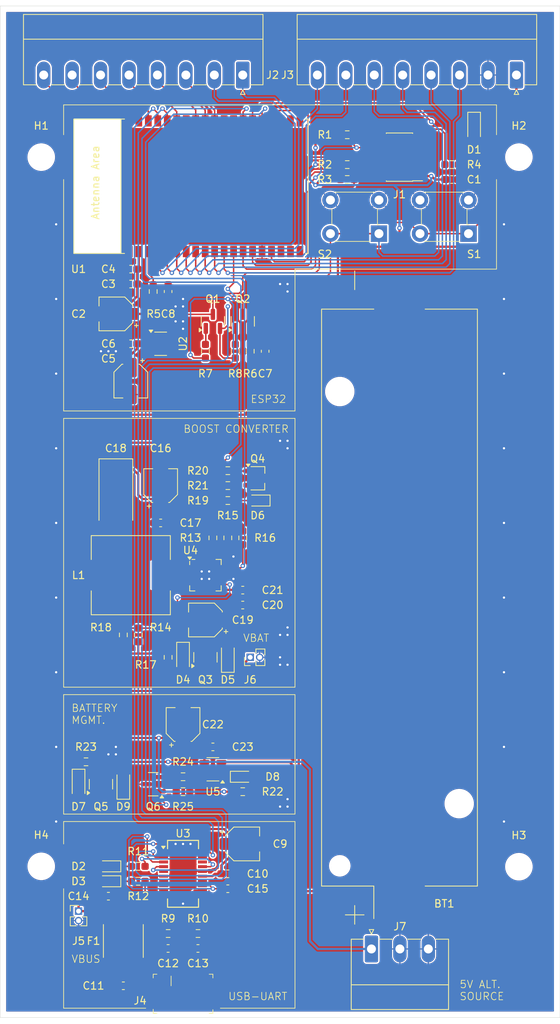
<source format=kicad_pcb>
(kicad_pcb (version 20240108) (generator "pcbnew") (generator_version "8.0")
  (title_block (title "ESP32 embedded application") (date "2024-10-05") (rev "A") (comment 1 "Author: Nicolae-Andrei Vasile") (comment 2 "ESP32 embedded hardware application."))
  (layers (0 "F.Cu" signal) (31 "B.Cu" signal) (34 "B.Paste" user) (35 "F.Paste" user) (36 "B.SilkS" user "B.Silkscreen") (37 "F.SilkS" user "F.Silkscreen") (38 "B.Mask" user) (39 "F.Mask" user) (44 "Edge.Cuts" user))
  (net 0 "")
  (net 1 "GND")
  (net 2 "VBAT")
  (net 3 "+3V3")
  (net 4 "Net-(Q1-C)")
  (net 5 "VBUS")
  (net 6 "Net-(C11-Pad1)")
  (net 7 "/usb-uart/D-")
  (net 8 "/usb-uart/D+")
  (net 9 "Net-(U3-3V3OUT)")
  (net 10 "Net-(D3-K)")
  (net 11 "Net-(D1-K)")
  (net 12 "Net-(D2-K)")
  (net 13 "/power-supply/VBAT_TEST")
  (net 14 "Net-(J1-SWCLK{slash}TCK)")
  (net 15 "Net-(J1-SWDIO{slash}TMS)")
  (net 17 "Net-(J1-NC{slash}TDI)")
  (net 18 "Net-(J1-~{RESET})")
  (net 19 "Net-(J1-SWO{slash}TDO)")
  (net 20 "/GPIO34")
  (net 21 "/GPIO33")
  (net 22 "/GPIO35")
  (net 23 "/GPIO39")
  (net 24 "/GPIO32")
  (net 25 "/GPIO36")
  (net 26 "/GPIO18{slash}VSPICLK")
  (net 27 "/GPIO25")
  (net 28 "/GPIO5{slash}VSPICS0")
  (net 29 "/GPIO21{slash}VSPIHD")
  (net 30 "/GPIO19{slash}VSPIQ")
  (net 31 "/GPIO23{slash}VSPID")
  (net 32 "/GPIO26")
  (net 33 "/GPIO22{slash}VSPIWP")
  (net 34 "Net-(L1-Pad2)")
  (net 35 "/usb-uart/~{RTS}")
  (net 36 "Net-(Q1-B)")
  (net 37 "Net-(Q2-B)")
  (net 38 "/BOOT")
  (net 39 "/usb-uart/~{DTR}")
  (net 40 "Net-(Q4-B)")
  (net 41 "/battery/~{SHDN}")
  (net 42 "Net-(U3-USBDM)")
  (net 43 "Net-(U3-USBDP)")
  (net 44 "Net-(U3-CBUS1)")
  (net 45 "Net-(U3-CBUS2)")
  (net 46 "Net-(U4-FB)")
  (net 47 "Net-(U4-LBI)")
  (net 48 "/power-supply/LDO")
  (net 49 "/power-supply/PWRLED")
  (net 50 "Net-(U5-PROG)")
  (net 51 "/U0RXD")
  (net 52 "/U0TXD")
  (net 60 "Net-(D4-K)")
  (net 61 "Net-(D9-K)")
  (net 62 "+5V")
  (net 63 "/battery/ALT")
  (net 64 "Net-(Q6-S)")
  (net 65 "Net-(D6-K)")
  (net 66 "Net-(D6-A)")
  (net 67 "Net-(D8-A)")
  (net 68 "Net-(D8-K)")
  (footprint "digikey-footprints:Switch_Tactile_THT_6x6mm" (layer "F.Cu") (at 170.25 51.25 180)
    (property "Reference" "S1")
    (property "Value" "1825910-6")
  )
  (footprint "digikey-footprints:Switch_Tactile_THT_6x6mm" (layer "F.Cu") (at 158.25 51.25 180)
    (property "Reference" "S2")
    (property "Value" "1825910-6")
  )
  (footprint "Capacitor_SMD:C_0603_1608Metric_Pad1.08x0.95mm_HandSolder" (layer "F.Cu") (at 130 59 -90)
    (property "Reference" "C8")
    (property "Value" "1uF/6.3V/20%/C0603")
  )
  (footprint "Inductor_SMD:L_10.4x10.4_H4.8" (layer "F.Cu") (at 125 97)
    (property "Reference" "L1")
    (property "Value" "CDRH103RNP-2R2NC-B")
  )
  (footprint "Resistor_SMD:R_0603_1608Metric_Pad0.98x0.95mm_HandSolder" (layer "F.Cu") (at 138 92 90)
    (property "Reference" "R15")
    (property "Value" "180K/R0603")
  )
  (footprint "Resistor_SMD:R_0603_1608Metric_Pad0.98x0.95mm_HandSolder" (layer "F.Cu") (at 132 124 180)
    (property "Reference" "R24")
    (property "Value" "330R/R0603")
  )
  (footprint "Resistor_SMD:R_0603_1608Metric_Pad0.98x0.95mm_HandSolder" (layer "F.Cu") (at 140 92 -90)
    (property "Reference" "R16")
    (property "Value" "1M/R0603")
  )
  (footprint "Capacitor_SMD:C_0603_1608Metric_Pad1.08x0.95mm_HandSolder" (layer "F.Cu") (at 140 99)
    (property "Reference" "C21")
    (property "Value" "100nF/6.3V/20%/C0603")
  )
  (footprint "Resistor_SMD:R_0603_1608Metric_Pad0.98x0.95mm_HandSolder" (layer "F.Cu") (at 168 42)
    (property "Reference" "R4")
    (property "Value" "0R(board mount)")
  )
  (footprint "Package_TO_SOT_SMD:TSOT-23" (layer "F.Cu") (at 142 84)
    (property "Reference" "Q4")
    (property "Value" "FMMT720TA")
  )
  (footprint "MountingHole:MountingHole_3.2mm_M3" (layer "F.Cu") (at 177 41)
    (property "Reference" "H2")
    (property "Value" "MountingHole")
  )
  (footprint "LED_SMD:LED_0603_1608Metric_Pad1.05x0.95mm_HandSolder" (layer "F.Cu") (at 140 124)
    (property "Reference" "D8")
    (property "Value" "LED(RED)")
  )
  (footprint "Capacitor_SMD:CP_Elec_4x3" (layer "F.Cu") (at 125 71 -90)
    (property "Reference" "C5")
    (property "Value" "10uF/16V/20%/4x3mm")
  )
  (footprint "Resistor_SMD:R_0603_1608Metric_Pad0.98x0.95mm_HandSolder" (layer "F.Cu") (at 132 126 180)
    (property "Reference" "R25")
    (property "Value" "10K/R0603")
  )
  (footprint "Capacitor_SMD:C_0603_1608Metric_Pad1.08x0.95mm_HandSolder" (layer "F.Cu") (at 136 120)
    (property "Reference" "C23")
    (property "Value" "100nF/6.3V/20%/C0603")
  )
  (footprint "Package_TO_SOT_SMD:TSOT-23-5" (layer "F.Cu") (at 136 123 180)
    (property "Reference" "U5")
    (property "Value" "LTC4054ES5-4.2")
  )
  (footprint "Capacitor_SMD:CP_Elec_4x3" (layer "F.Cu") (at 132 117 90)
    (property "Reference" "C22")
    (property "Value" "10uF/16V/20%/4x3mm")
  )
  (footprint "digikey-footprints:USB_Micro_B_Female_0473460001" (layer "F.Cu") (at 132 154 180)
    (property "Reference" "J4")
    (property "Value" "0473460001")
  )
  (footprint "Resistor_SMD:R_0603_1608Metric_Pad0.98x0.95mm_HandSolder" (layer "F.Cu") (at 140 126)
    (property "Reference" "R22")
    (property "Value" "330R/R0603")
  )
  (footprint "Connector_PinHeader_1.27mm:PinHeader_1x02_P1.27mm_Vertical" (layer "F.Cu") (at 118 142)
    (property "Reference" "J5")
    (property "Value" "Conn_01x02_Socket")
  )
  (footprint "Capacitor_SMD:C_0603_1608Metric_Pad1.08x0.95mm_HandSolder" (layer "F.Cu") (at 143 67 90)
    (property "Reference" "C7")
    (property "Value" "10uF/6.3V/20%/C0603")
  )
  (footprint "Resistor_SMD:R_0603_1608Metric_Pad0.98x0.95mm_HandSolder" (layer "F.Cu") (at 126 138 180)
    (property "Reference" "R12")
    (property "Value" "330R/R0603")
  )
  (footprint "Capacitor_Tantalum_SMD:CP_EIA-7343-31_Kemet-D_Pad2.25x2.55mm_HandSolder" (layer "F.Cu") (at 123 86 -90)
    (property "Reference" "C18")
    (property "Value" "220uF/16V/10%/D/Tantalum")
  )
  (footprint "Resistor_SMD:R_0603_1608Metric_Pad0.98x0.95mm_HandSolder" (layer "F.Cu") (at 138 83 180)
    (property "Reference" "R20")
    (property "Value" "1K/R0603")
  )
  (footprint "Capacitor_SMD:C_0603_1608Metric_Pad1.08x0.95mm_HandSolder" (layer "F.Cu") (at 125 58 180)
    (property "Reference" "C3")
    (property "Value" "10uF/6.3V/20%/C0603")
  )
  (footprint "Capacitor_SMD:C_0603_1608Metric_Pad1.08x0.95mm_HandSolder" (layer "F.Cu") (at 138 139)
    (property "Reference" "C15")
    (property "Value" "100nF/6.3V/20%/C0603")
  )
  (footprint "Resistor_SMD:R_0603_1608Metric_Pad0.98x0.95mm_HandSolder" (layer "F.Cu") (at 135 67 -90)
    (property "Reference" "R7")
    (property "Value" "10K/R0603")
  )
  (footprint "LED_SMD:LED_0603_1608Metric_Pad1.05x0.95mm_HandSolder" (layer "F.Cu") (at 122 138 180)
    (property "Reference" "D3")
    (property "Value" "LED(RED)")
  )
  (footprint "Connector_PinHeader_1.27mm:PinHeader_2x05_P1.27mm_Vertical_SMD" (layer "F.Cu") (at 161 41 180)
    (property "Reference" "J1")
    (property "Value" "Conn_ARM_JTAG_SWD_10")
  )
  (footprint "Espressif:ESP32-WROVER-E" (layer "F.Cu") (at 133.06 44.9 90)
    (property "Reference" "U1")
    (property "Value" "ESP32-WROVER-E")
  )
  (footprint "Resistor_SMD:R_0603_1608Metric_Pad0.98x0.95mm_HandSolder" (layer "F.Cu") (at 154 44 180)
    (property "Reference" "R3")
    (property "Value" "100K/R0603")
  )
  (footprint "MountingHole:MountingHole_3.2mm_M3" (layer "F.Cu") (at 113 41)
    (property "Reference" "H1")
    (property "Value" "MountingHole")
  )
  (footprint "Fuse:Fuse_2920_7451Metric_Pad2.10x5.45mm_HandSolder" (layer "F.Cu") (at 124 146 90)
    (property "Reference" "F1")
    (property "Value" "SMD050F-2")
  )
  (footprint "Connector_Phoenix_MC:PhoenixContact_MC_1,5_3-G-3.81_1x03_P3.81mm_Horizontal" (layer "F.Cu") (at 157.245 147.0675)
    (property "Reference" "J7")
    (property "Value" "Conn_01x03_Socket")
  )
  (footprint "Resistor_SMD:R_0603_1608Metric_Pad0.98x0.95mm_HandSolder" (layer "F.Cu") (at 154 42 180)
    (property "Reference" "R2")
    (property "Value" "100K/R0603")
  )
  (footprint "Resistor_SMD:R_0603_1608Metric_Pad0.98x0.95mm_HandSolder" (layer "F.Cu") (at 124 105 90)
    (property "Reference" "R18")
    (property "Value" "380K/R0603")
  )
  (footprint "Package_SO:SSOP-20_3.9x8.7mm_P0.635mm" (layer "F.Cu") (at 132 137)
    (property "Reference" "U3")
    (property "Value" "FT231XS")
  )
  (footprint "Resistor_SMD:R_0603_1608Metric_Pad0.98x0.95mm_HandSolder" (layer "F.Cu") (at 154 38 180)
    (property "Reference" "R1")
    (property "Value" "100K/R0603")
  )
  (footprint "LED_SMD:LED_0603_1608Metric_Pad1.05x0.95mm_HandSolder" (layer "F.Cu") (at 122 136 180)
    (property "Reference" "D2")
    (property "Value" "LED(GREEN)")
  )
  (footprint "Capacitor_SMD:CP_Elec_4x3" (layer "F.Cu") (at 140 133)
    (property "Reference" "C9")
    (property "Value" "10uF/16V/20%/4x3mm")
  )
  (footprint "Package_TO_SOT_SMD:SOT-23" (layer "F.Cu") (at 128 125 180)
    (property "Reference" "Q6")
    (property "Value" "FDN340P")
  )
  (footprint "LED_SMD:LED_0603_1608Metric_Pad1.05x0.95mm_HandSolder" (layer "F.Cu") (at 142 87 180)
    (property "Reference" "D6")
    (property "Value" "LED(RED)")
  )
  (footprint "Resistor_SMD:R_0603_1608Metric_Pad0.98x0.95mm_HandSolder" (layer "F.Cu") (at 130 145)
    (property "Reference" "R9")
    (property "Value" "27R/R0603")
  )
  (footprint "Resistor_SMD:R_0603_1608Metric_Pad0.98x0.95mm_HandSolder" (layer "F.Cu") (at 136 92 -90)
    (property "Reference" "R13")
    (property "Value" "1M/R0603")
  )
  (footprint "Capacitor_SMD:C_0603_1608Metric_Pad1.08x0.95mm_HandSolder" (layer "F.Cu") (at 138 137)
    (property "Reference" "C10")
    (property "Value" "100nF/6.3V/20%/C0603")
  )
  (footprint "Resistor_SMD:R_0603_1608Metric_Pad0.98x0.95mm_HandSolder" (layer "F.Cu") (at 126 136 180)
    (property "Reference" "R11")
    (property "Value" "330R/R0603")
  )
  (footprint "Package_DFN_QFN:Texas_RSA_VQFN-16-1EP_4x4mm_P0.65mm_EP2.7x2.7mm_ThermalVias" (layer "F.Cu") (at 135 97)
    (property "Reference" "U4")
    (property "Value" "TPS61090")
  )
  (footprint "MountingHole:MountingHole_3.2mm_M3" (layer "F.Cu") (at 177 136.05)
    (property "Reference" "H3")
    (property "Value" "MountingHole")
  )
  (footprint "Capacitor_SMD:C_0603_1608Metric_Pad1.08x0.95mm_HandSolder" (layer "F.Cu") (at 124 152 180)
    (property "Reference" "C11")
    (property "Value" "10nF/6.3V/20%/C0603")
  )
  (footprint "Diode_SMD:D_SOD-323_HandSoldering" (layer "F.Cu") (at 118 125 -90)
    (property "Reference" "D7")
    (property "Value" "SMD22WS-TP")
  )
  (footprint "Resistor_SMD:R_0603_1608Metric_Pad0.98x0.95mm_HandSolder" (layer "F.Cu") (at 138 87)
    (property "Reference" "R19")
    (property "Value" "330R/R0603")
  )
  (footprint "Package_TO_SOT_SMD:SOT-23" (layer "F.Cu") (at 136 63 90)
    (property "Reference" "Q1")
    (property "Value" "BC817")
  )
  (footprint "Package_TO_SOT_SMD:SOT-23-5" (layer "F.Cu") (at 129 66)
    (property "Reference" "U2")
    (property "Value" "BD48ExxG")
  )
  (footprint "Resistor_SMD:R_0603_1608Metric_Pad0.98x0.95mm_HandSolder" (layer "F.Cu") (at 134 145 180)
    (property "Reference" "R10")
    (property "Value" "27R/R0603")
  )
  (footprint "Resistor_SMD:R_0603_1608Metric_Pad0.98x0.95mm_HandSolder" (layer "F.Cu") (at 141 67 90)
    (property "Reference" "R6")
    (property "Value" "10K/R0603")
  )
  (footprint "Capacitor_SMD:CP_Elec_4x3" (layer "F.Cu") (at 135 103 180)
    (property "Reference" "C19")
    (property "Value" "22uF/16V/20%/4x3mm")
  )
  (footprint "Resistor_SMD:R_0603_1608Metric_Pad0.98x0.95mm_HandSolder" (layer "F.Cu") (at 139 67 -90)
    (property "Reference" "R8")
    (property "Value" "10K/R0603")
  )
  (footprint "Diode_SMD:D_SOD-323_HandSoldering" (layer "F.Cu") (at 171 37 -90)
    (property "Reference" "D1")
    (property "Value" "SMD22WS-TP")
  )
  (footprint "MountingHole:MountingHole_3.2mm_M3" (layer "F.Cu") (at 113 136)
    (property "Reference" "H4")
    (property "Value" "MountingHole")
  )
  (footprint "Capacitor_SMD:C_0603_1608Metric_Pad1.08x0.95mm_HandSolder" (layer "F.Cu") (at 129 90 180)
    (property "Reference" "C17")
    (property "Value" "10uF/6.3V/20%/C0603")
  )
  (footprint "Package_TO_SOT_SMD:SOT-23" (layer "F.Cu") (at 140 63 90)
    (property "Reference" "Q2")
    (property "Value" "BC817")
  )
  (footprint "Connector_Phoenix_MC:PhoenixContact_MC_1,5_8-G-3.81_1x08_P3.81mm_Horizontal" (layer "F.Cu") (at 140 30 180)
    (property "Reference" "J2")
    (property "Value" "Conn_01x08_Socket")
  )
  (footprint "Battery:BatteryHolder_Keystone_1042_1x18650" (layer "F.Cu") (at 161 100 90)
    (property "Reference" "BT1")
    (property "Value" "18650 Li-Ion Single Cell")
  )
  (footprint "Capacitor_SMD:CP_Elec_4x3" (layer "F.Cu") (at 123 62 180)
    (property "Reference" "C2")
    (property "Value" "22uF/16V/20%/4x3mm")
  )
  (footprint "Resistor_SMD:R_0603_1608Metric_Pad0.98x0.95mm_HandSolder" (layer "F.Cu") (at 130 108 -90)
    (property "Reference" "R17")
    (property "Value" "100K/R0603")
  )
  (footprint "Diode_SMD:D_SOD-323_HandSoldering" (layer "F.Cu") (at 124 125 90)
    (property "Reference" "D9")
    (property "Value" "SMD22WS-TP")
  )
  (footprint "Diode_SMD:D_SOD-323_HandSoldering" (layer "F.Cu") (at 132 108 -90)
    (property "Reference" "D4")
    (property "Value" "SMD22WS-TP")
  )
  (footprint "Connector_Phoenix_MC:PhoenixContact_MC_1,5_8-G-3.81_1x08_P3.81mm_Horizontal" (layer "F.Cu") (at 176.67 30 180)
    (property "Reference" "J3")
    (property "Value" "Conn_01x08_Socket")
  )
  (footprint "Diode_SMD:D_SOD-323_HandSoldering" (layer "F.Cu") (at 138 108 90)
    (property "Reference" "D5")
    (property "Value" "SMD22WS-TP")
  )
  (footprint "Package_TO_SOT_SMD:SOT-23" (layer "F.Cu") (at 135 108 90)
    (property "Reference" "Q3")
    (property "Value" "FDN340P")
  )
  (footprint "Capacitor_SMD:C_0603_1608Metric_Pad1.08x0.95mm_HandSolder" (layer "F.Cu") (at 168 44)
    (property "Reference" "C1")
    (property "Value" "10uF/6.3V/20%/C0603")
  )
  (footprint "Connector_PinHeader_1.27mm:PinHeader_1x02_P1.27mm_Vertical" (layer "F.Cu") (at 141 108 90)
    (property "Reference" "J6")
    (property "Value" "Conn_01x02_Socket")
  )
  (footprint "Resistor_SMD:R_0603_1608Metric_Pad0.98x0.95mm_HandSolder" (layer "F.Cu") (at 119 122 180)
    (property "Reference" "R23")
    (property "Value" "100K/R0603")
  )
  (footprint "Resistor_SMD:R_0603_1608Metric_Pad0.98x0.95mm_HandSolder" (layer "F.Cu") (at 138 85 180)
    (property "Reference" "R21")
    (property "Value" "10K/R0603")
  )
  (footprint "Capacitor_SMD:C_0603_1608Metric_Pad1.08x0.95mm_HandSolder" (layer "F.Cu") (at 140 101)
    (property "Reference" "C20")
    (property "Value" "10uF/6.3V/20%/C0603")
  )
  (footprint "Resistor_SMD:R_0603_1608Metric_Pad0.98x0.95mm_HandSolder" (layer "F.Cu") (at 128 59 90)
    (property "Reference" "R5")
    (property "Value" "10K/R0603")
  )
  (footprint "Resistor_SMD:R_0603_1608Metric_Pad0.98x0.95mm_HandSolder" (layer "F.Cu") (at 126 105 90)
    (property "Reference" "R14")
    (property "Value" "1.8M/R0603")
  )
  (footprint "Capacitor_SMD:C_0603_1608Metric_Pad1.08x0.95mm_HandSolder" (layer "F.Cu") (at 125 56 180)
    (property "Reference" "C4")
    (property "Value" "100nF/6.3V/20%/C0603")
  )
  (footprint "Capacitor_SMD:CP_Elec_4x3" (layer "F.Cu") (at 129 85 90)
    (property "Reference" "C16")
    (property "Value" "22uF/16V/20%/4x3mm")
  )
  (footprint "Package_TO_SOT_SMD:SOT-23" (layer "F.Cu") (at 121 125 90)
    (property "Reference" "Q5")
    (property "Value" "FDN340P")
  )
  (footprint "Capacitor_SMD:C_0603_1608Metric_Pad1.08x0.95mm_HandSolder" (layer "F.Cu") (at 134 147)
    (property "Reference" "C13")
    (property "Value" "47pF/6.3V/20%/C0603")
  )
  (footprint "Capacitor_SMD:C_0603_1608Metric_Pad1.08x0.95mm_HandSolder" (layer "F.Cu") (at 125 66 180)
    (property "Reference" "C6")
    (property "Value" "100nF/6.3V/20%/C0603")
  )
  (footprint "Capacitor_SMD:C_0603_1608Metric_Pad1.08x0.95mm_HandSolder" (layer "F.Cu") (at 122 140)
    (property "Reference" "C14")
    (property "Value" "10uF/6.3V/20%/C0603")
  )
  (footprint "Capacitor_SMD:C_0603_1608Metric_Pad1.08x0.95mm_HandSolder" (layer "F.Cu") (at 130 147 180)
    (property "Reference" "C12")
    (property "Value" "47pF/6.3V/20%/C0603")
  )
  (gr_line (start 146 129) (end 147 129) (stroke (width 0.1)) (layer "F.SilkS"))
  (gr_line (start 116 130) (end 116 133) (stroke (width 0.1)) (layer "F.SilkS"))
  (gr_line (start 116 79) (end 116 76) (stroke (width 0.1)) (layer "F.SilkS"))
  (gr_line (start 146 155) (end 147 155) (stroke (width 0.1)) (layer "F.SilkS"))
  (gr_line (start 147 71) (end 147 56) (stroke (width 0.1)) (layer "F.SilkS"))
  (gr_line (start 147 112) (end 147 79) (stroke (width 0.1)) (layer "F.SilkS"))
  (gr_line (start 146 113) (end 147 113) (stroke (width 0.1)) (layer "F.SilkS"))
  (gr_line (start 146 130) (end 147 130) (stroke (width 0.1)) (layer "F.SilkS"))
  (gr_line (start 146 155) (end 137 155) (stroke (width 0.1)) (layer "F.SilkS"))
  (gr_line (start 125 113) (end 146 113) (stroke (width 0.1)) (layer "F.SilkS"))
  (gr_line (start 116 130) (end 146 130) (stroke (width 0.1)) (layer "F.SilkS"))
  (gr_line (start 146 129) (end 125 129) (stroke (width 0.1)) (layer "F.SilkS"))
  (gr_line (start 116 112) (end 147 112) (stroke (width 0.1)) (layer "F.SilkS"))
  (gr_line (start 116 34) (end 116 38) (stroke (width 0.1)) (layer "F.SilkS"))
  (gr_line (start 127 155) (end 116 155) (stroke (width 0.1)) (layer "F.SilkS"))
  (gr_line (start 116 129) (end 125 129) (stroke (width 0.1)) (layer "F.SilkS"))
  (gr_line (start 147 71) (end 147 74) (stroke (width 0.1)) (layer "F.SilkS"))
  (gr_line (start 116 71) (end 116 75) (stroke (width 0.1)) (layer "F.SilkS"))
  (gr_line (start 174 55) (end 174 44) (stroke (width 0.1)) (layer "F.SilkS"))
  (gr_line (start 116 129) (end 116 113) (stroke (width 0.1)) (layer "F.SilkS"))
  (gr_line (start 147 79) (end 147 76) (stroke (width 0.1)) (layer "F.SilkS"))
  (gr_line (start 116 34) (end 174 34) (stroke (width 0.1)) (layer "F.SilkS"))
  (gr_line (start 116 76) (end 117 76) (stroke (width 0.1)) (layer "F.SilkS"))
  (gr_line (start 147 74) (end 147 75) (stroke (width 0.1)) (layer "F.SilkS"))
  (gr_line (start 116 155) (end 116 139) (stroke (width 0.1)) (layer "F.SilkS"))
  (gr_line (start 116 113) (end 125 113) (stroke (width 0.1)) (layer "F.SilkS"))
  (gr_line (start 147 113) (end 147 129) (stroke (width 0.1)) (layer "F.SilkS"))
  (gr_line (start 174 56) (end 147 56) (stroke (width 0.1)) (layer "F.SilkS"))
  (gr_line (start 174 34) (end 174 38) (stroke (width 0.1)) (layer "F.SilkS"))
  (gr_line (start 174 55) (end 174 56) (stroke (width 0.1)) (layer "F.SilkS"))
  (gr_line (start 116 71) (end 116 44) (stroke (width 0.1)) (layer "F.SilkS"))
  (gr_line (start 147 76) (end 117 76) (stroke (width 0.1)) (layer "F.SilkS"))
  (gr_line (start 147 130) (end 147 155) (stroke (width 0.1)) (layer "F.SilkS"))
  (gr_line (start 116 79) (end 116 112) (stroke (width 0.1)) (layer "F.SilkS"))
  (gr_line (start 147 75) (end 116 75) (stroke (width 0.1)) (layer "F.SilkS"))
  (gr_rect (start 107.5 20.75) (end 182.5 156.25) (stroke (width 0.05)) (fill none) (layer "Edge.Cuts"))
  (gr_text "VBUS" (at 117 149 0) (layer "F.SilkS") (effects (font (size 1 1) (thickness 0.1)) (justify left bottom)))
  (gr_text "ESP32" (at 141 74 0) (layer "F.SilkS") (effects (font (size 1 1) (thickness 0.1)) (justify left bottom)))
  (gr_text "VBAT" (at 140 106 0) (layer "F.SilkS") (effects (font (size 1 1) (thickness 0.1)) (justify left bottom)))
  (gr_text "5V ALT.\nSOURCE\n" (at 169 154 0) (layer "F.SilkS") (effects (font (size 1 1) (thickness 0.1)) (justify left bottom)))
  (gr_text "USB-UART" (at 138 154 0) (layer "F.SilkS") (effects (font (size 1 1) (thickness 0.1)) (justify left bottom)))
  (gr_text "BATTERY\nMGMT." (at 117 117 0) (layer "F.SilkS") (effects (font (size 1 1) (thickness 0.1)) (justify left bottom)))
  (gr_text "BOOST CONVERTER" (at 132 78 0) (layer "F.SilkS") (effects (font (size 1 1) (thickness 0.1)) (justify left bottom)))
  (via (at 132 64) (size 0.6) (drill 0.3) (layers "F.Cu" "B.Cu") (net 1))
  (via (at 123 120) (size 0.6) (drill 0.3) (layers "F.Cu" "B.Cu") (net 1))
  (via (at 115 100) (size 0.6) (drill 0.3) (layers "F.Cu" "B.Cu") (net 1))
  (via (at 175 80) (size 0.6) (drill 0.3) (layers "F.Cu" "B.Cu") (net 1))
  (via (at 115 110) (size 0.6) (drill 0.3) (layers "F.Cu" "B.Cu") (net 1))
  (via (at 146 105) (size 0.6) (drill 0.3) (layers "F.Cu" "B.Cu") (net 1))
  (via (at 145 128) (size 0.6) (drill 0.3) (layers "F.Cu" "B.Cu") (net 1))
  (via (at 122 67) (size 0.6) (drill 0.3) (layers "F.Cu" "B.Cu") (net 1))
  (via (at 146 80) (size 0.6) (drill 0.3) (layers "F.Cu" "B.Cu") (net 1))
  (via (at 146 104) (size 0.6) (drill 0.3) (layers "F.Cu" "B.Cu") (net 1))
  (via (at 146 109) (size 0.6) (drill 0.3) (layers "F.Cu" "B.Cu") (net 1))
  (via (at 145 79) (size 0.6) (drill 0.3) (layers "F.Cu" "B.Cu") (net 1))
  (via (at 132 61) (size 0.6) (drill 0.3) (layers "F.Cu" "B.Cu") (net 1))
  (via (at 146 58) (size 0.6) (drill 0.3) (layers "F.Cu" "B.Cu") (net 1))
  (via (at 145 105) (size 0.6) (drill 0.3) (layers "F.Cu" "B.Cu") (net 1))
  (via (at 131 61) (size 0.6) (drill 0.3) (layers "F.Cu" "B.Cu") (net 1))
  (via (at 145 108) (size 0.6) (drill 0.3) (layers "F.Cu" "B.Cu") (net 1))
  (via (at 145 109) (size 0.6) (drill 0.3) (layers "F.Cu" "B.Cu") (net 1))
  (via (at 175 50) (size 0.6) (drill 0.3) (layers "F.Cu" "B.Cu") (net 1))
  (via (at 146 127) (size 0.6) (drill 0.3) (layers "F.Cu" "B.Cu") (net 1))
  (via (at 175 60) (size 0.6) (drill 0.3) (layers "F.Cu" "B.Cu") (net 1))
  (via (at 132 63) (size 0.6) (drill 0.3) (layers "F.Cu" "B.Cu") (net 1))
  (via (at 115 60) (size 0.6) (drill 0.3) (layers "F.Cu" "B.Cu") (net 1))
  (via (at 146 128) (size 0.6) (drill 0.3) (layers "F.Cu" "B.Cu") (net 1))
  (via (at 121 67) (size 0.6) (drill 0.3) (layers "F.Cu" "B.Cu") (net 1))
  (via (at 131 133) (size 0.6) (drill 0.3) (layers "F.Cu" "B.Cu") (net 1))
  (via (at 132 60) (size 0.6) (drill 0.3) (layers "F.Cu" "B.Cu") (net 1))
  (via (at 115 80) (size 0.6) (drill 0.3) (layers "F.Cu" "B.Cu") (net 1))
  (via (at 146 59) (size 0.6) (drill 0.3) (layers "F.Cu" "B.Cu") (net 1))
  (via (at 123 121) (size 0.6) (drill 0.3) (layers "F.Cu" "B.Cu") (net 1))
  (via (at 175 120) (size 0.6) (drill 0.3) (layers "F.Cu" "B.Cu") (net 1))
  (via (at 115 120) (size 0.6) (drill 0.3) (layers "F.Cu" "B.Cu") (net 1))
  (via (at 115 90) (size 0.6) (drill 0.3) (layers "F.Cu" "B.Cu") (net 1))
  (via (at 175 70) (size 0.6) (drill 0.3) (layers "F.Cu" "B.Cu") (net 1))
  (via (at 133 133) (size 0.6) (drill 0.3) (layers "F.Cu" "B.Cu") (net 1))
  (via (at 138.75 94.5) (size 0.6) (drill 0.3) (layers "F.Cu" "B.Cu") (net 1))
  (via (at 131 63) (size 0.6) (drill 0.3) (layers "F.Cu" "B.Cu") (net 1))
  (via (at 175 130) (size 0.6) (drill 0.3) (layers "F.Cu" "B.Cu") (net 1))
  (via (at 175 110) (size 0.6) (drill 0.3) (layers "F.Cu" "B.Cu") (net 1))
  (via (at 146 79) (size 0.6) (drill 0.3) (layers "F.Cu" "B.Cu") (net 1))
  (via (at 145 58) (size 0.6) (drill 0.3) (layers "F.Cu" "B.Cu") (net 1))
  (via (at 138.75 97.5) (size 0.6) (drill 0.3) (layers "F.Cu" "B.Cu") (net 1))
  (via (at 132 141) (size 0.6) (drill 0.3) (layers "F.Cu" "B.Cu") (net 1))
  (via (at 132 133) (size 0.6) (drill 0.3) (layers "F.Cu" "B.Cu") (net 1))
  (via (at 175 90) (size 0.6) (drill 0.3) (layers "F.Cu" "B.Cu") (net 1))
  (via (at 115 50) (size 0.6) (drill 0.3) (layers "F.Cu" "B.Cu") (net 1))
  (via (at 115 70) (size 0.6) (drill 0.3) (layers "F.Cu" "B.Cu") (net 1))
  (via (at 122 121) (size 0.6) (drill 0.3) (layers "F.Cu" "B.Cu") (net 1))
  (via (at 115 130) (size 0.6) (drill 0.3) (layers "F.Cu" "B.Cu") (net 1))
  (via (at 123 67) (size 0.6) (drill 0.3) (layers "F.Cu" "B.Cu") (net 1))
  (via (at 175 100) (size 0.6) (drill 0.3) (layers "F.Cu" "B.Cu") (net 1))
  (segment (start 161 139.33) (end 148.33 139.33) (width 0.3) (layer "F.Cu") (net 2))
  (segment (start 148.33 139.33) (end 147.5 138.5) (width 0.3) (layer "F.Cu") (net 2))
  (segment (start 147.5 138.5) (end 147.5 123.25) (width 0.3) (layer "F.Cu") (net 2))
  (segment (start 147.5 123.25) (end 147.5 107.75) (width 0.3) (layer "F.Cu") (net 2))
  (segment (start 146.5 106.75) (end 138 106.75) (width 0.3) (layer "F.Cu") (net 2))
  (segment (start 147.5 107.75) (end 146.5 106.75) (width 0.3) (layer "F.Cu") (net 2))
  (segment (start 147.5 123.25) (end 146.3 122.05) (width 0.3) (layer "F.Cu") (net 2))
  (segment (start 146.3 122.05) (end 137.1375 122.05) (width 0.3) (layer "F.Cu") (net 2))
  (segment (start 120 80) (end 120 76.25) (width 0.3) (layer "F.Cu") (net 3))
  (segment (start 125 69.2) (end 125 67.5) (width 0.3) (layer "F.Cu") (net 3))
  (segment (start 148.25 57.75) (end 147.5 58.5) (width 0.3) (layer "F.Cu") (net 3))
  (segment (start 120 70) (end 120 65.75) (width 0.3) (layer "F.Cu") (net 3))
  (segment (start 173 42) (end 171 40) (width 0.3) (layer "F.Cu") (net 3))
  (segment (start 135.25 79.25) (end 120.75 79.25) (width 0.3) (layer "F.Cu") (net 3))
  (segment (start 120 76.25) (end 120 70) (width 0.3) (layer "F.Cu") (net 3))
  (segment (start 124.8 64.2) (end 124.8 62) (width 0.3) (layer "F.Cu") (net 3))
  (segment (start 127.5 62) (end 124.8 62) (width 0.3) (layer "F.Cu") (net 3))
  (segment (start 124 65) (end 124.8 64.2) (width 0.3) (layer "F.Cu") (net 3))
  (segment (start 139.75 90) (end 140 90.25) (width 0.3) (layer "F.Cu") (net 3))
  (segment (start 167.1375 44) (end 165.75 44) (width 0.3) (layer "F.Cu") (net 3))
  (segment (start 120.8 69.2) (end 120 70) (width 0.3) (layer "F.Cu") (net 3))
  (segment (start 172.25 53) (end 173 52.25) (width 0.3) (layer "F.Cu") (net 3))
  (segment (start 161 50.5) (end 161 52.25) (width 0.3) (layer "F.Cu") (net 3))
  (segment (start 123 82.8) (end 120.8 82.8) (width 0.3) (layer "F.Cu") (net 3))
  (segment (start 134.675 95.0375) (end 134.675 91.575) (width 0.3) (layer "F.Cu") (net 3))
  (segment (start 126.075 55.7875) (end 125.8625 56) (width 0.3) (layer "F.Cu") (net 3))
  (segment (start 131.5 90.75) (end 130.75 90) (width 0.3) (layer "F.Cu") (net 3))
  (segment (start 146.75 75.5) (end 140.25 75.5) (width 0.3) (layer "F.Cu") (net 3))
  (segment (start 149.75 39.75) (end 149.75 38.5) (width 0.3) (layer "F.Cu") (net 3))
  (segment (start 141 67.9125) (end 142.95 67.9125) (width 0.3) (layer "F.Cu") (net 3))
  (segment (start 125.8625 66) (end 127.8625 66) (width 0.3) (layer "F.Cu") (net 3))
  (segment (start 142.95 67.9125) (end 143 67.8625) (width 0.3) (layer "F.Cu") (net 3))
  (segment (start 124.8 60.7) (end 125.8625 59.6375) (width 0.3) (layer "F.Cu") (net 3))
  (segment (start 120.75 75.5) (end 120 76.25) (width 0.3) (layer "F.Cu") (net 3))
  (segment (start 150.25 38) (end 153.0875 38) (width 0.3) (layer "F.Cu") (net 3))
  (segment (start 128 59.9125) (end 128 61.5) (width 0.3) (layer "F.Cu") (net 3))
  (segment (start 141 67.9125) (end 141 74.75) (width 0.3) (layer "F.Cu") (net 3))
  (segment (start 135.75 79.75) (end 135.25 79.25) (width 0.3) (layer "F.Cu") (net 3))
  (segment (start 124.8 62) (end 124.8 60.7) (width 0.3) (layer "F.Cu") (net 3))
  (segment (start 126.075 53.65) (end 126.075 55.7875) (width 0.3) (layer "F.Cu") (net 3))
  (segment (start 120 82) (end 120 80) (width 0.3) (layer "F.Cu") (net 3))
  (segment (start 131.5 94.25) (end 131.5 90.75) (width 0.3) (layer "F.Cu") (net 3))
  (segment (start 171 40) (end 171 38.25) (width 0.3) (layer "F.Cu") (net 3))
  (segment (start 125 69.2) (end 120.8 69.2) (width 0.3) (layer "F.Cu") (net 3))
  (segment (start 149.75 38.5) (end 150.25 38) (width 0.3) (layer "F.Cu") (net 3))
  (segment (start 160.25 53) (end 172.25 53) (width 0.3) (layer "F.Cu") (net 3))
  (segment (start 129.8625 90) (end 129.8625 89.3625) (width 0.3) (layer "F.Cu") (net 3))
  (segment (start 165.25 43.54) (end 162.95 43.54) (width 0.3) (layer "F.Cu") (net 3))
  (segment (start 126 86.25) (end 126 83.5) (width 0.3) (layer "F.Cu") (net 3))
  (segment (start 140.25 75.5) (end 120.75 75.5) (width 0.3) (layer "F.Cu") (net 3))
  (segment (start 135.1625 91.0875) (end 136 91.0875) (width 0.3) (layer "F.Cu") (net 3))
  (segment (start 136.25 90) (end 139.75 90) (width 0.3) (layer "F.Cu") (net 3))
  (segment (start 153.0875 44) (end 150.5 44) (width 0.3) (layer "F.Cu") (net 3))
  (segment (start 136 91.0875) (end 136 90.25) (width 0.3) (layer "F.Cu") (net 3))
  (segment (start 161 52.25) (end 160.25 53) (width 0.3) (layer "F.Cu") (net 3))
  (segment (start 125.8625 58) (end 125.8625 56) (width 0.3) (layer "F.Cu") (net 3))
  (segment (start 147.5 74.75) (end 146.75 75.5) (width 0.3) (layer "F.Cu") (net 3))
  (segment (start 125.8625 59.6375) (end 125.8625 58) (width 0.3) (layer "F.Cu") (net 3))
  (segment (start 132.025 96.025) (end 131.5 95.5) (width 0.3) (layer "F.Cu") (net 3))
  (segment (start 125 67.5) (end 125.8625 66.6375) (width 0.3) (layer "F.Cu") (net 3))
  (segment (start 140 90.25) (end 140 91.0875) (width 0.3) (layer "F.Cu") (net 3))
  (segment (start 137.0875 87) (end 136.25 87) (width 0.3) (layer "F.Cu") (net 3))
  (segment (start 150.5 44) (end 149.75 44.75) (width 0.3) (layer "F.Cu") (net 3))
  (segment (start 153.0875 42) (end 149.75 42) (width 0.3) (layer "F.Cu") (net 3))
  (segment (start 126.55 86.8) (end 126 86.25) (width 0.3) (layer "F.Cu") (net 3))
  (segment (start 134.025 95.0375) (end 132.2875 95.0375) (width 0.3) (layer "F.Cu") (net 3))
  (segment (start 134.675 91.575) (end 135.1625 91.0875) (width 0.3) (layer "F.Cu") (net 3))
  (segment (start 165.75 44) (end 165.29 43.54) (width 0.3) (layer "F.Cu") (net 3))
  (segment (start 152 57.75) (end 148.25 57.75) (width 0.3) (layer "F.Cu") (net 3))
  (segment (start 152.75 57) (end 152 57.75) (width 0.3) (layer "F.Cu") (net 3))
  (segment (start 120.75 79.25) (end 120 80) (width 0.3) (layer "F.Cu") (net 3))
  (segment (start 134.675 95.0375) (end 134.025 95.0375) (width 0.3) (layer "F.Cu") (net 3))
  (segment (start 136.25 87) (end 135.75 86.5) (width 0.3) (layer "F.Cu") (net 3))
  (segment (start 125.8625 66.6375) (end 125.8625 66) (width 0.3) (layer "F.Cu") (net 3))
  (segment (start 136 90.25) (end 136.25 90) (width 0.3) (layer "F.Cu") (net 3))
  (segment (start 133.0375 96.025) (end 132.025 96.025) (width 0.3) (layer "F.Cu") (net 3))
  (segment (start 126 83.5) (end 125.3 82.8) (width 0.3) (layer "F.Cu") (net 3))
  (segment (start 147.5 58.5) (end 147.5 74.75) (width 0.3) (layer "F.Cu") (net 3))
  (segment (start 129 86.8) (end 126.55 86.8) (width 0.3) (layer "F.Cu") (net 3))
  (segment (start 129 88.5) (end 129 86.8) (width 0.3) (layer "F.Cu") (net 3))
  (segment (start 129.8625 89.3625) (end 129 88.5) (width 0.3) (layer "F.Cu") (net 3))
  (segment (start 152.75 53.5) (end 152.75 57) (width 0.3) (layer "F.Cu") (net 3))
  (segment (start 120.75 65) (end 124 65) (width 0.3) (layer "F.Cu") (net 3))
  (segment (start 141 74.75) (end 140.25 75.5) (width 0.3) (layer "F.Cu") (net 3))
  (segment (start 125.3 82.8) (end 123 82.8) (width 0.3) (layer "F.Cu") (net 3))
  (segment (start 132.2875 95.0375) (end 131.5 94.25) (width 0.3) (layer "F.Cu") (net 3))
  (segment (start 135.75 86.5) (end 135.75 79.75) (width 0.3) (layer "F.Cu") (net 3))
  (segment (start 160.25 53) (end 153.25 53) (width 0.3) (layer "F.Cu") (net 3))
  (segment (start 153.25 53) (end 152.75 53.5) (width 0.3) (layer "F.Cu") (net 3))
  (segment (start 173 52.25) (end 173 42) (width 0.3) (layer "F.Cu") (net 3))
  (segment (start 128 61.5) (end 127.5 62) (width 0.3) (layer "F.Cu") (net 3))
  (segment (start 131.5 95.5) (end 131.5 94.25) (width 0.3) (layer "F.Cu") (net 3))
  (segment (start 165.29 43.54) (end 165.25 43.54) (width 0.3) (layer "F.Cu") (net 3))
  (segment (start 130.75 90) (end 129.8625 90) (width 0.3) (layer "F.Cu") (net 3))
  (segment (start 120 65.75) (end 120.75 65) (width 0.3) (layer "F.Cu") (net 3))
  (segment (start 120 82) (end 120.8 82.8) (width 0.3) (layer "F.Cu") (net 3))
  (via (at 149.75 42) (size 0.6) (drill 0.3) (layers "F.Cu" "B.Cu") (net 3))
  (via (at 161 50.5) (size 0.6) (drill 0.3) (layers "F.Cu" "B.Cu") (net 3))
  (via (at 149.75 44.75) (size 0.6) (drill 0.3) (layers "F.Cu" "B.Cu") (net 3))
  (via (at 165.25 43.54) (size 0.6) (drill 0.3) (layers "F.Cu" "B.Cu") (net 3))
  (via (at 149.75 39.75) (size 0.6) (drill 0.3) (layers "F.Cu" "B.Cu") (net 3))
  (segment (start 161 50.5) (end 161 45.5) (width 0.3) (layer "B.Cu") (net 3))
  (segment (start 149 42.75) (end 149 44) (width 0.3) (layer "B.Cu") (net 3))
  (segment (start 149 44) (end 149.75 44.75) (width 0.3) (layer "B.Cu") (net 3))
  (segment (start 149.75 39.75) (end 149.75 42) (width 0.3) (layer "B.Cu") (net 3))
  (segment (start 149.75 44.75) (end 154.5 44.75) (width 0.3) (layer "B.Cu") (net 3))
  (segment (start 161 45.5) (end 160.25 44.75) (width 0.3) (layer "B.Cu") (net 3))
  (segment (start 165.25 44.25) (end 164.75 44.75) (width 0.3) (layer "B.Cu") (net 3))
  (segment (start 165.25 43.54) (end 165.25 44.25) (width 0.3) (layer "B.Cu") (net 3))
  (segment (start 149.75 42) (end 149 42.75) (width 0.3) (layer "B.Cu") (net 3))
  (segment (start 160.25 44.75) (end 154.5 44.75) (width 0.3) (layer "B.Cu") (net 3))
  (segment (start 164.75 44.75) (end 154.5 44.75) (width 0.3) (layer "B.Cu") (net 3))
  (segment (start 131.75 59.25) (end 135.5 59.25) (width 0.2) (layer "F.Cu") (net 4))
  (segment (start 128 57.25) (end 128 58.0875) (width 0.2) (layer "F.Cu") (net 4))
  (segment (start 163.75 51.25) (end 162.25 49.75) (width 0.2) (layer "F.Cu") (net 4))
  (segment (start 140 57) (end 140 58.75) (width 0.2) (layer "F.Cu") (net 4))
  (segment (start 127.345 56.595) (end 128 57.25) (width 0.2) (layer "F.Cu") (net 4))
  (segment (start 135.5 59.25) (end 136 59.75) (width 0.2) (layer "F.Cu") (net 4))
  (segment (start 140.5 56.5) (end 140 57) (width 0.2) (layer "F.Cu") (net 4))
  (segment (start 136 59.75) (end 136 62.0625) (width 0.2) (layer "F.Cu") (net 4))
  (segment (start 127.8625 65.05) (end 127.8625 62.3875) (width 0.2) (layer "F.Cu") (net 4))
  (segment (start 172 49.5) (end 170.25 51.25) (width 0.2) (layer "F.Cu") (net 4))
  (segment (start 162.25 49.75) (end 150.75 49.75) (width 0.2) (layer "F.Cu") (net 4))
  (segment (start 128.05 58.1375) (end 128 58.0875) (width 0.2) (layer "F.Cu") (net 4))
  (segment (start 171.5 42) (end 172 42.5) (width 0.2) (layer "F.Cu") (net 4))
  (segment (start 168.9125 42) (end 171.5 42) (width 0.2) (layer "F.Cu") (net 4))
  (segment (start 128.1875 62.0625) (end 136 62.0625) (width 0.2) (layer "F.Cu") (net 4))
  (segment (start 172 42.5) (end 172 49.5) (width 0.2) (layer "F.Cu") (net 4))
  (segment (start 139.5 59.25) (end 135.5 59.25) (width 0.2) (layer "F.Cu") (net 4))
  (segment (start 149.75 56.5) (end 140.5 56.5) (width 0.2) (layer "F.Cu") (net 4))
  (segment (start 127.8625 62.3875) (end 128.1875 62.0625) (width 0.2) (layer "F.Cu") (net 4))
  (segment (start 150.25 50.25) (end 150.25 56) (width 0.2) (layer "F.Cu") (net 4))
  (segment (start 170.25 51.25) (end 163.75 51.25) (width 0.2) (layer "F.Cu") (net 4))
  (segment (start 130 58.1375) (end 128.05 58.1375) (width 0.2) (layer "F.Cu") (net 4))
  (segment (start 130.6375 58.1375) (end 131.75 59.25) (width 0.2) (layer "F.Cu") (net 4))
  (segment (start 150.25 56) (end 149.75 56.5) (width 0.2) (layer "F.Cu") (net 4))
  (segment (start 127.345 53.65) (end 127.345 56.595) (width 0.2) (layer "F.Cu") (net 4))
  (segment (start 140 58.75) (end 139.5 59.25) (width 0.2) (layer "F.Cu") (net 4))
  (segment (start 150.75 49.75) (end 150.25 50.25) (width 0.2) (layer "F.Cu") (net 4))
  (segment (start 130 58.1375) (end 130.6375 58.1375) (width 0.2) (layer "F.Cu") (net 4))
  (segment (start 118 142) (end 119 142) (width 0.3) (layer "F.Cu") (net 5))
  (segment (start 117 126.25) (end 116.25 125.5) (width 0.3) (layer "F.Cu") (net 5))
  (segment (start 118.5 140) (end 118 140.5) (width 0.3) (layer "F.Cu") (net 5))
  (segment (start 137.1375 135.8625) (end 138.2 134.8) (width 0.3) (layer "F.Cu") (net 5))
  (segment (start 137.1375 137) (end 137.1375 135.8625) (width 0.3) (layer "F.Cu") (net 5))
  (segment (start 116.25 125.5) (end 116.25 122.75) (width 0.3) (layer "F.Cu") (net 5))
  (segment (start 138.2 131.7) (end 137.5 131) (width 0.3) (layer "F.Cu") (net 5))
  (segment (start 121.1375 140) (end 118.5 140) (width 0.3) (layer "F.Cu") (net 5))
  (segment (start 135.9325 137.3175) (end 134.6 137.3175) (width 0.3) (layer "F.Cu") (net 5))
  (segment (start 138.2 134.8) (end 138.2 133) (width 0.3) (layer "F.Cu") (net 5))
  (segment (start 120.05 125.9375) (end 119.0625 125.9375) (width 0.3) (layer "F.Cu") (net 5))
  (segment (start 118.5 138) (end 118 138.5) (width 0.3) (layer "F.Cu") (net 5))
  (segment (start 118 138.5) (end 118 136.5) (width 0.3) (layer "F.Cu") (net 5))
  (segment (start 118.5 136) (end 118 136.5) (width 0.3) (layer "F.Cu") (net 5))
  (segment (start 118.75 126.25) (end 118 126.25) (width 0.3) (layer "F.Cu") (net 5))
  (segment (start 118 142) (end 118 140.5) (width 0.3) (layer "F.Cu") (net 5))
  (segment (start 136.25 137) (end 135.9325 137.3175) (width 0.3) (layer "F.Cu") (net 5))
  (segment (start 118 140.5) (end 118 138.5) (width 0.3) (layer "F.Cu") (net 5))
  (segment (start 118 131.75) (end 118 126.25) (width 0.3) (layer "F.Cu") (net 5))
  (segment (start 119.525 142.525) (end 124 142.525) (width 0.3) (layer "F.Cu") (net 5))
  (segment (start 119.0625 125.9375) (end 118.75 126.25) (width 0.3) (layer "F.Cu") (net 5))
  (segment (start 116.25 122.75) (end 117 122) (width 0.3) (layer "F.Cu") (net 5))
  (segment (start 138.2 133) (end 138.2 131.7) (width 0.3) (layer "F.Cu") (net 5))
  (segment (start 121.125 138) (end 118.5 138) (width 0.3) (layer "F.Cu") (net 5))
  (segment (start 118 136.5) (end 118 131.75) (width 0.3) (layer "F.Cu") (net 5))
  (segment (start 121.125 136) (end 118.5 136) (width 0.3) (layer "F.Cu") (net 5))
  (segment (start 118 126.25) (end 117 126.25) (width 0.3) (layer "F.Cu") (net 5))
  (segment (start 137.1375 137) (end 136.25 137) (width 0.3) (layer "F.Cu") (net 5))
  (segment (start 117 122) (end 118.0875 122) (width 0.3) (layer "F.Cu") (net 5))
  (segment (start 137.5 131) (end 118.75 131) (width 0.3) (layer "F.Cu") (net 5))
  (segment (start 119 142) (end 119.525 142.525) (width 0.3) (layer "F.Cu") (net 5))
  (segment (start 118.75 131) (end 118 131.75) (width 0.3) (layer "F.Cu") (net 5))
  (segment (start 130.7 150) (end 130.175 149.475) (width 0.3) (layer "F.Cu") (net 6))
  (segment (start 130.7 151.34) (end 130.7 150) (width 0.3) (layer "F.Cu") (net 6))
  (segment (start 124.8625 150.3375) (end 124 149.475) (width 0.3) (layer "F.Cu") (net 6))
  (segment (start 124.8625 152) (end 124.8625 150.3375) (width 0.3) (layer "F.Cu") (net 6))
  (segment (start 130.175 149.475) (end 124 149.475) (width 0.3) (layer "F.Cu") (net 6))
  (segment (start 130.9125 146.95) (end 130.9125 145) (width 0.2) (layer "F.Cu") (net 7))
  (segment (start 130.8625 147.8625) (end 130.8625 147) (width 0.2) (layer "F.Cu") (net 7))
  (segment (start 130.8625 147) (end 130.9125 146.95) (width 0.2) (layer "F.Cu") (net 7))
  (segment (start 131.35 150.304999) (end 131.45 150.204999) (width 0.2) (layer "F.Cu") (net 7))
  (segment (start 131.45 148.45) (end 130.8625 147.8625) (width 0.2) (layer "F.Cu") (net 7))
  (segment (start 131.35 151.34) (end 131.35 150.304999) (width 0.2) (layer "F.Cu") (net 7))
  (segment (start 131.45 150.204999) (end 131.45 148.45) (width 0.2) (layer "F.Cu") (net 7))
  (segment (start 133.0875 146.95) (end 133.1375 147) (width 0.2) (layer "F.Cu") (net 8))
  (segment (start 131.9 147.35) (end 132.25 147) (width 0.2) (layer "F.Cu") (net 8))
  (segment (start 131.9 150.204999) (end 131.9 147.35) (width 0.2) (layer "F.Cu") (net 8))
  (segment (start 132 151.34) (end 132 150.304999) (width 0.2) (layer "F.Cu") (net 8))
  (segment (start 132.25 147) (end 133.1375 147) (width 0.2) (layer "F.Cu") (net 8))
  (segment (start 132 150.304999) (end 131.9 150.204999) (width 0.2) (layer "F.Cu") (net 8))
  (segment (start 133.0875 145) (end 133.0875 146.95) (width 0.2) (layer "F.Cu") (net 8))
  (segment (start 134.6 138.5875) (end 134.6 137.9525) (width 0.2) (layer "F.Cu") (net 9))
  (segment (start 127.199997 132) (end 127.199997 134.699997) (width 0.2) (layer "F.Cu") (net 9))
  (segment (start 127.9125 135.4125) (end 129.4 135.4125) (width 0.2) (layer "F.Cu") (net 9))
  (segment (start 135.5875 138.5875) (end 134.6 138.5875) (width 0.2) (layer "F.Cu") (net 9))
  (segment (start 127.199997 134.699997) (end 127.9125 135.4125) (width 0.2) (layer "F.Cu") (net 9))
  (segment (start 136 139) (end 137.1375 139) (width 0.2) (layer "F.Cu") (net 9))
  (segment (start 136 139) (end 135.5875 138.5875) (width 0.2) (layer "F.Cu") (net 9))
  (via (at 127.199997 132) (size 0.6) (drill 0.3) (layers "F.Cu" "B.Cu") (net 9))
  (via (at 136 139) (size 0.6) (drill 0.3) (layers "F.Cu" "B.Cu") (net 9))
  (segment (start 127.199997 132) (end 125.25 132) (width 0.2) (layer "B.Cu") (net 9))
  (segment (start 125.25 139) (end 136 139) (width 0.2) (layer "B.Cu") (net 9))
  (segment (start 124.75 132.5) (end 124.75 138.5) (width 0.2) (layer "B.Cu") (net 9))
  (segment (start 125.25 132) (end 124.75 132.5) (width 0.2) (layer "B.Cu") (net 9))
  (segment (start 124.75 138.5) (end 125.25 139) (width 0.2) (layer "B.Cu") (net 9))
  (segment (start 122.875 138) (end 125.0875 138) (width 0.2) (layer "F.Cu") (net 10))
  (segment (start 175.75 35.75) (end 176.67 34.83) (width 0.3) (layer "F.Cu") (net 11))
  (segment (start 176.67 34.83) (end 176.67 30) (width 0.3) (layer "F.Cu") (net 11))
  (segment (start 171 35.75) (end 175.75 35.75) (width 0.3) (layer "F.Cu") (net 11))
  (segment (start 122.875 136) (end 125.0875 136) (width 0.2) (layer "F.Cu") (net 12))
  (segment (start 137.25 109.25) (end 138 109.25) (width 0.4) (layer "F.Cu") (net 13))
  (segment (start 136.9375 108.9375) (end 137.25 109.25) (width 0.4) (layer "F.Cu") (net 13))
  (segment (start 138 109.25) (end 139.75 109.25) (width 0.3) (layer "F.Cu") (net 13))
  (segment (start 139.75 109.25) (end 141 108) (width 0.3) (layer "F.Cu") (net 13))
  (segment (start 135.95 108.9375) (end 136.9375 108.9375) (width 0.4) (layer "F.Cu") (net 13))
  (segment (start 156.5 42) (end 154.9125 42) (width 0.2) (layer "F.Cu") (net 14))
  (segment (start 143.855 54.605) (end 144.25 55) (width 0.2) (layer "F.Cu") (net 14))
  (segment (start 144.25 55) (end 148.25 55) (width 0.2) (layer "F.Cu") (net 14))
  (segment (start 153.9125 43) (end 154.9125 42) (width 0.2) (layer "F.Cu") (net 14))
  (segment (start 156.77 42.27) (end 156.5 42) (width 0.2) (layer "F.Cu") (net 14))
  (segment (start 148.75 54.5) (end 148.75 45.75) (width 0.2) (layer "F.Cu") (net 14))
  (segment (start 149.651471 43) (end 153.9125 43) (width 0.2) (layer "F.Cu") (net 14))
  (segment (start 148.25 55) (end 148.75 54.5) (width 0.2) (layer "F.Cu") (net 14))
  (segment (start 148.5 45.5) (end 148.5 44.151471) (width 0.2) (layer "F.Cu") (net 14))
  (segment (start 143.855 53.65) (end 143.855 54.605) (width 0.2) (layer "F.Cu") (net 14))
  (segment (start 159.05 42.27) (end 156.77 42.27) (width 0.2) (layer "F.Cu") (net 14))
  (segment (start 148.5 44.151471) (end 149.651471 43) (width 0.2) (layer "F.Cu") (net 14))
  (segment (start 148.75 45.75) (end 148.5 45.5) (width 0.2) (layer "F.Cu") (net 14))
  (segment (start 149.25 56) (end 149.75 55.5) (width 0.2) (layer "F.Cu") (net 15))
  (segment (start 149.75 46) (end 150.75 45) (width 0.2) (layer "F.Cu") (net 15))
  (segment (start 140.045 55.545) (end 140.5 56) (width 0.2) (layer "F.Cu") (net 15))
  (segment (start 154.75 45) (end 154.9125 44.8375) (width 0.2) (layer "F.Cu") (net 15))
  (segment (start 150.75 45) (end 154.75 45) (width 0.2) (layer "F.Cu") (net 15))
  (segment (start 156.25 44) (end 154.9125 44) (width 0.2) (layer "F.Cu") (net 15))
  (segment (start 140.5 56) (end 149.25 56) (width 0.2) (layer "F.Cu") (net 15))
  (segment (start 140.045 53.65) (end 140.045 55.545) (width 0.2) (layer "F.Cu") (net 15))
  (segment (start 156.71 43.54) (end 156.25 44) (width 0.2) (layer "F.Cu") (net 15))
  (segment (start 149.75 55.5) (end 149.75 46) (width 0.2) (layer "F.Cu") (net 15))
  (segment (start 154.9125 44.8375) (end 154.9125 44) (width 0.2) (layer "F.Cu") (net 15))
  (segment (start 159.05 43.54) (end 156.71 43.54) (width 0.2) (layer "F.Cu") (net 15))
  (segment (start 148.75 55.5) (end 141.75 55.5) (width 0.2) (layer "F.Cu") (net 17))
  (segment (start 149 45.25) (end 149.15 45.4) (width 0.2) (layer "F.Cu") (net 17))
  (segment (start 141.75 55.5) (end 141.315 55.065) (width 0.2) (layer "F.Cu") (net 17))
  (segment (start 155.23 39.73) (end 154.9125 39.4125) (width 0.2) (layer "F.Cu") (net 17))
  (segment (start 141.315 55.065) (end 141.315 53.65) (width 0.2) (layer "F.Cu") (net 17))
  (segment (start 149.15 45.4) (end 149.15 55.1) (width 0.2) (layer "F.Cu") (net 17))
  (segment (start 149.15 55.1) (end 148.75 55.5) (width 0.2) (layer "F.Cu") (net 17))
  (segment (start 149 44.5) (end 149 45.25) (width 0.2) (layer "F.Cu") (net 17))
  (segment (start 149.75 43.75) (end 149 44.5) (width 0.2) (layer "F.Cu") (net 17))
  (segment (start 154.9125 39.4125) (end 154.9125 38) (width 0.2) (layer "F.Cu") (net 17))
  (segment (start 159.05 39.73) (end 155.25 39.73) (width 0.2) (layer "F.Cu") (net 17))
  (segment (start 155.25 39.73) (end 155.23 39.73) (width 0.2) (layer "F.Cu") (net 17))
  (via (at 149.75 43.75) (size 0.6) (drill 0.3) (layers "F.Cu" "B.Cu") (net 17))
  (via (at 155.25 39.73) (size 0.6) (drill 0.3) (layers "F.Cu" "B.Cu") (net 17))
  (segment (start 149.75 43.75) (end 150.5 43) (width 0.2) (layer "B.Cu") (net 17))
  (segment (start 151.02 39.73) (end 155.25 39.73) (width 0.2) (layer "B.Cu") (net 17))
  (segment (start 150.5 43) (end 150.5 40.25) (width 0.2) (layer "B.Cu") (net 17))
  (segment (start 150.5 40.25) (end 151.02 39.73) (width 0.2) (layer "B.Cu") (net 17))
  (segment (start 167.0875 37.8375) (end 166.5 37.25) (width 0.2) (layer "F.Cu") (net 18))
  (segment (start 159.5 37.25) (end 159.05 37.7) (width 0.2) (layer "F.Cu") (net 18))
  (segment (start 159.05 37.7) (end 159.05 38.46) (width 0.2) (layer "F.Cu") (net 18))
  (segment (start 167.0875 42) (end 167.0875 37.8375) (width 0.2) (layer "F.Cu") (net 18))
  (segment (start 166.5 37.25) (end 159.5 37.25) (width 0.2) (layer "F.Cu") (net 18))
  (segment (start 143.855 36.15) (end 143.855 35.145) (width 0.2) (layer "F.Cu") (net 19))
  (segment (start 144.25 34.75) (end 148.25 34.75) (width 0.2) (layer "F.Cu") (net 19))
  (segment (start 148.75 35.25) (end 148.75 40.5) (width 0.2) (layer "F.Cu") (net 19))
  (segment (start 143.855 35.145) (end 144.25 34.75) (width 0.2) (layer "F.Cu") (net 19))
  (segment (start 148.25 34.75) (end 148.75 35.25) (width 0.2) (layer "F.Cu") (net 19))
  (segment (start 149.25 41) (end 159.05 41) (width 0.2) (layer "F.Cu") (net 19))
  (segment (start 148.75 40.5) (end 149.25 41) (width 0.2) (layer "F.Cu") (net 19))
  (segment (start 131.75 56.5) (end 131.155 55.905) (width 0.2) (layer "F.Cu") (net 20))
  (segment (start 131.155 55.905) (end 131.155 53.65) (width 0.2) (layer "F.Cu") (net 20))
  (via (at 131.75 56.5) (size 0.6) (drill 0.3) (layers "F.Cu" "B.Cu") (net 20))
  (segment (start 148 36.5) (end 150 34.5) (width 0.2) (layer "B.Cu") (net 20))
  (segment (start 134.5 53.75) (end 147.5 53.75) (width 0.2) (layer "B.Cu") (net 20))
  (segment (start 131.75 56.5) (end 134.5 53.75) (width 0.2) (layer "B.Cu") (net 20))
  (segment (start 150 34.5) (end 150 30) (width 0.2) (layer "B.Cu") (net 20))
  (segment (start 148 53.25) (end 148 36.5) (width 0.2) (layer "B.Cu") (net 20))
  (segment (start 147.5 53.75) (end 148 53.25) (width 0.2) (layer "B.Cu") (net 20))
  (segment (start 134.965 55.965) (end 134.965 53.65) (width 0.2) (layer "F.Cu") (net 21))
  (segment (start 135.5 56.5) (end 134.965 55.965) (width 0.2) (layer "F.Cu") (net 21))
  (via (at 135.5 56.5) (size 0.6) (drill 0.3) (layers "F.Cu" "B.Cu") (net 21))
  (segment (start 136.75 55.25) (end 166.75 55.25) (width 0.2) (layer "B.Cu") (net 21))
  (segment (start 162 35) (end 161.43 34.43) (width 0.2) (layer "B.Cu") (net 21))
  (segment (start 167.25 54.75) (end 167.25 36.5) (width 0.2) (layer "B.Cu") (net 21))
  (segment (start 165.75 35) (end 162 35) (width 0.2) (layer "B.Cu") (net 21))
  (segment (start 166.75 55.25) (end 167.25 54.75) (width 0.2) (layer "B.Cu") (net 21))
  (segment (start 167.25 36.5) (end 165.75 35) (width 0.2) (layer "B.Cu") (net 21))
  (segment (start 161.43 34.43) (end 161.43 30) (width 0.2) (layer "B.Cu") (net 21))
  (segment (start 135.5 56.5) (end 136.75 55.25) (width 0.2) (layer "B.Cu") (net 21))
  (segment (start 132.425 55.925) (end 132.425 53.65) (width 0.2) (layer "F.Cu") (net 22))
  (segment (start 133 56.5) (end 132.425 55.925) (width 0.2) (layer "F.Cu") (net 22))
  (via (at 133 56.5) (size 0.6) (drill 0.3) (layers "F.Cu" "B.Cu") (net 22))
  (segment (start 135.25 54.25) (end 148 54.25) (width 0.2) (layer "B.Cu") (net 22))
  (segment (start 149.75 35.5) (end 153.25 35.5) (width 0.2) (layer "B.Cu") (net 22))
  (segment (start 148.5 36.75) (end 149.75 35.5) (width 0.2) (layer "B.Cu") (net 22))
  (segment (start 148 54.25) (end 148.5 53.75) (width 0.2) (layer "B.Cu") (net 22))
  (segment (start 133 56.5) (end 135.25 54.25) (width 0.2) (layer "B.Cu") (net 22))
  (segment (start 153.25 35.5) (end 153.81 34.94) (width 0.2) (layer "B.Cu") (net 22))
  (segment (start 148.5 53.75) (end 148.5 36.75) (width 0.2) (layer "B.Cu") (net 22))
  (segment (start 153.81 34.94) (end 153.81 30) (width 0.2) (layer "B.Cu") (net 22))
  (segment (start 130.5 56.5) (end 129.885 55.885) (width 0.2) (layer "F.Cu") (net 23))
  (segment (start 129.885 55.885) (end 129.885 53.65) (width 0.2) (layer "F.Cu") (net 23))
  (via (at 130.5 56.5) (size 0.6) (drill 0.3) (layers "F.Cu" "B.Cu") (net 23))
  (segment (start 133.75 53.25) (end 147 53.25) (width 0.2) (layer "B.Cu") (net 23))
  (segment (start 140.5 33) (end 140 32.5) (width 0.2) (layer "B.Cu") (net 23))
  (segment (start 147.5 52.75) (end 147.5 36.25) (width 0.2) (layer "B.Cu") (net 23))
  (segment (start 140 32.5) (end 140 30) (width 0.2) (layer "B.Cu") (net 23))
  (segment (start 147.5 36.25) (end 144.25 33) (width 0.2) (layer "B.Cu") (net 23))
  (segment (start 130.5 56.5) (end 133.75 53.25) (width 0.2) (layer "B.Cu") (net 23))
  (segment (start 147 53.25) (end 147.5 52.75) (width 0.2) (layer "B.Cu") (net 23))
  (segment (start 144.25 33) (end 140.5 33) (width 0.2) (layer "B.Cu") (net 23))
  (segment (start 134.25 56.5) (end 133.695 55.945) (width 0.2) (layer "F.Cu") (net 24))
  (segment (start 133.695 55.945) (end 133.695 53.65) (width 0.2) (layer "F.Cu") (net 24))
  (via (at 134.25 56.5) (size 0.6) (drill 0.3) (layers "F.Cu" "B.Cu") (net 24))
  (segment (start 166.75 36.75) (end 165.5 35.5) (width 0.2) (layer "B.Cu") (net 24))
  (segment (start 165.5 35.5) (end 158.25 35.5) (width 0.2) (layer "B.Cu") (net 24))
  (segment (start 136 54.75) (end 166.25 54.75) (width 0.2) (layer "B.Cu") (net 24))
  (segment (start 166.75 54.25) (end 166.75 36.75) (width 0.2) (layer "B.Cu") (net 24))
  (segment (start 134.25 56.5) (end 136 54.75) (width 0.2) (layer "B.Cu") (net 24))
  (segment (start 157.62 34.87) (end 157.62 30) (width 0.2) (layer "B.Cu") (net 24))
  (segment (start 158.25 35.5) (end 157.62 34.87) (width 0.2) (layer "B.Cu") (net 24))
  (segment (start 166.25 54.75) (end 166.75 54.25) (width 0.2) (layer "B.Cu") (net 24))
  (segment (start 129.25 56.5) (end 128.615 55.865) (width 0.2) (layer "F.Cu") (net 25))
  (segment (start 128.615 55.865) (end 128.615 53.65) (width 0.2) (layer "F.Cu") (net 25))
  (segment (start 136.19 30.81) (end 136.19 30) (width 0.2) (layer "F.Cu") (net 25))
  (via (at 129.25 56.5) (size 0.6) (drill 0.3) (layers "F.Cu" "B.Cu") (net 25))
  (segment (start 147 52.25) (end 147 36.5) (width 0.2) (layer "B.Cu") (net 25))
  (segment (start 146.5 52.75) (end 147 52.25) (width 0.2) (layer "B.Cu") (net 25))
  (segment (start 136.19 32.94) (end 136.19 30) (width 0.2) (layer "B.Cu") (net 25))
  (segment (start 144 33.5) (end 136.75 33.5) (width 0.2) (layer "B.Cu") (net 25))
  (segment (start 129.25 56.5) (end 133 52.75) (width 0.2) (layer "B.Cu") (net 25))
  (segment (start 136.75 33.5) (end 136.19 32.94) (width 0.2) (layer "B.Cu") (net 25))
  (segment (start 133 52.75) (end 146.5 52.75) (width 0.2) (layer "B.Cu") (net 25))
  (segment (start 147 36.5) (end 144 33.5) (width 0.2) (layer "B.Cu") (net 25))
  (segment (start 130.25 32.5) (end 128.57 30.82) (width 0.2) (layer "F.Cu") (net 26))
  (segment (start 134.965 36.15) (end 134.965 34.715) (width 0.2) (layer "F.Cu") (net 26))
  (segment (start 128.57 30.82) (end 128.57 30) (width 0.2) (layer "F.Cu") (net 26))
  (segment (start 132.75 32.5) (end 130.25 32.5) (width 0.2) (layer "F.Cu") (net 26))
  (segment (start 134.965 34.715) (end 132.75 32.5) (width 0.2) (layer "F.Cu") (net 26))
  (segment (start 136.235 55.985) (end 136.235 53.65) (width 0.2) (layer "F.Cu") (net 27))
  (segment (start 136.75 56.5) (end 136.235 55.985) (width 0.2) (layer "F.Cu") (net 27))
  (via (at 136.75 56.5) (size 0.6) (drill 0.3) (layers "F.Cu" "B.Cu") (net 27))
  (segment (start 165.24 33.74) (end 165.24 30) (width 0.2) (layer "B.Cu") (net 27))
  (segment (start 167.25 55.75) (end 167.75 55.25) (width 0.2) (layer "B.Cu") (net 27))
  (segment (start 167.75 36.25) (end 165.24 33.74) (width 0.2) (layer "B.Cu") (net 27))
  (segment (start 136.75 56.5) (end 137.5 55.75) (width 0.2) (layer "B.Cu") (net 27))
  (segment (start 167.75 55.25) (end 167.75 36.25) (width 0.2) (layer "B.Cu") (net 27))
  (segment (start 137.5 55.75) (end 167.25 55.75) (width 0.2) (layer "B.Cu") (net 27))
  (segment (start 136.235 36.15) (end 136.235 34.735) (width 0.2) (layer "F.Cu") (net 28))
  (segment (start 132.38 30.88) (end 132.38 30) (width 0.2) (layer "F.Cu") (net 28))
  (segment (start 136.235 34.735) (end 132.38 30.88) (width 0.2) (layer "F.Cu") (net 28))
  (segment (start 123.5 33.5) (end 120.95 30.95) (width 0.2) (layer "F.Cu") (net 29))
  (segment (start 131.155 34.905) (end 129.75 33.5) (width 0.2) (layer "F.Cu") (net 29))
  (segment (start 131.155 36.15) (end 131.155 34.905) (width 0.2) (layer "F.Cu") (net 29))
  (segment (start 120.95 30.95) (end 120.95 30) (width 0.2) (layer "F.Cu") (net 29))
  (segment (start 129.75 33.5) (end 123.5 33.5) (width 0.2) (layer "F.Cu") (net 29))
  (segment (start 133.695 36.15) (end 133.695 34.695) (width 0.2) (layer "F.Cu") (net 30))
  (segment (start 132 33) (end 126.75 33) (width 0.2) (layer "F.Cu") (net 30))
  (segment (start 126.75 33) (end 124.76 31.01) (width 0.2) (layer "F.Cu") (net 30))
  (segment (start 133.695 34.695) (end 132 33) (width 0.2) (layer "F.Cu") (net 30))
  (segment (start 124.76 31.01) (end 124.76 30) (width 0.2) (layer "F.Cu") (net 30))
  (segment (start 125.5 34.5) (end 117 34.5) (width 0.2) (layer "F.Cu") (net 31))
  (segment (start 126.075 35.075) (end 125.5 34.5) (width 0.2) (layer "F.Cu") (net 31))
  (segment (start 113.33 30.83) (end 113.33 30) (width 0.2) (layer "F.Cu") (net 31))
  (segment (start 126.075 36.15) (end 126.075 35.075) (width 0.2) (layer "F.Cu") (net 31))
  (segment (start 117 34.5) (end 113.33 30.83) (width 0.2) (layer "F.Cu") (net 31))
  (segment (start 138 56.5) (end 137.505 56.005) (width 0.2) (layer "F.Cu") (net 32))
  (segment (start 137.505 56.005) (end 137.505 53.65) (width 0.2) (layer "F.Cu") (net 32))
  (via (at 138 56.5) (size 0.6) (drill 0.3) (layers "F.Cu" "B.Cu") (net 32))
  (segment (start 138 56.5) (end 167.75 56.5) (width 0.2) (layer "B.Cu") (net 32))
  (segment (start 167.75 56.5) (end 168.25 56) (width 0.2) (layer "B.Cu") (net 32))
  (segment (start 169.05 35.45) (end 169.05 30) (width 0.2) (layer "B.Cu") (net 32))
  (segment (start 168.25 56) (end 168.25 36.25) (width 0.2) (layer "B.Cu") (net 32))
  (segment (start 168.25 36.25) (end 169.05 35.45) (width 0.2) (layer "B.Cu") (net 32))
  (segment (start 127.345 34.845) (end 126.5 34) (width 0.2) (layer "F.Cu") (net 33))
  (segment (start 127.345 36.15) (end 127.345 34.845) (width 0.2) (layer "F.Cu") (net 33))
  (segment (start 117.14 30.89) (end 117.14 30) (width 0.2) (layer "F.Cu") (net 33))
  (segment (start 120.25 34) (end 117.14 30.89) (width 0.2) (layer "F.Cu") (net 33))
  (segment (start 126.5 34) (end 120.25 34) (width 0.2) (layer "F.Cu") (net 33))
  (segment (start 133.0375 97.325) (end 129.475 97.325) (width 0.3) (layer "F.Cu") (net 34))
  (segment (start 133.0375 97.975) (end 133.0375 97.325) (width 0.3) (layer "F.Cu") (net 34))
  (segment (start 129.475 97.325) (end 129.15 97) (width 0.3) (layer "F.Cu") (net 34))
  (segment (start 138 63.5) (end 138 61) (width 0.2) (layer "F.Cu") (net 35))
  (segment (start 137.5625 63.9375) (end 138 63.5) (width 0.2) (layer "F.Cu") (net 35))
  (segment (start 128 134) (end 128 134.5) (width 0.2) (layer "F.Cu") (net 35))
  (segment (start 136.95 67.45) (end 136.95 63.9375) (width 0.2) (layer "F.Cu") (net 35))
  (segment (start 136.95 63.9375) (end 137.5625 63.9375) (width 0.2) (layer "F.Cu") (net 35))
  (segment (start 137.4125 67.9125) (end 136.95 67.45) (width 0.2) (layer "F.Cu") (net 35))
  (segment (start 128 134.5) (end 128.2775 134.7775) (width 0.2) (layer "F.Cu") (net 35))
  (segment (start 139 67.9125) (end 137.4125 67.9125) (width 0.2) (layer "F.Cu") (net 35))
  (segment (start 128.2775 134.7775) (end 129.4 134.7775) (width 0.2) (layer "F.Cu") (net 35))
  (via (at 138 61) (size 0.6) (drill 0.3) (layers "F.Cu" "B.Cu") (net 35))
  (via (at 128 134) (size 0.6) (drill 0.3) (layers "F.Cu" "B.Cu") (net 35))
  (segment (start 125.75 136.75) (end 126.25 137.25) (width 0.2) (layer "B.Cu") (net 35))
  (segment (start 136.75 129) (end 127 129) (width 0.2) (layer "B.Cu") (net 35))
  (segment (start 126.5 128.5) (end 126.5 69) (width 0.2) (layer "B.Cu") (net 35))
  (segment (start 137.25 129.5) (end 136.75 129) (width 0.2) (layer "B.Cu") (net 35))
  (segment (start 138 67.75) (end 138 61) (width 0.2) (layer "B.Cu") (net 35))
  (segment (start 137.5 68.25) (end 138 67.75) (width 0.2) (layer "B.Cu") (net 35))
  (segment (start 126.25 134) (end 125.75 134.5) (width 0.2) (layer "B.Cu") (net 35))
  (segment (start 127 129) (end 126.5 128.5) (width 0.2) (layer "B.Cu") (net 35))
  (segment (start 126.5 69) (end 127.25 68.25) (width 0.2) (layer "B.Cu") (net 35))
  (segment (start 126.25 137.25) (end 136.75 137.25) (width 0.2) (layer "B.Cu") (net 35))
  (segment (start 127.25 68.25) (end 137.5 68.25) (width 0.2) (layer "B.Cu") (net 35))
  (segment (start 128 134) (end 126.25 134) (width 0.2) (layer "B.Cu") (net 35))
  (segment (start 136.75 137.25) (end 137.25 136.75) (width 0.2) (layer "B.Cu") (net 35))
  (segment (start 137.25 136.75) (end 137.25 129.5) (width 0.2) (layer "B.Cu") (net 35))
  (segment (start 125.75 134.5) (end 125.75 136.75) (width 0.2) (layer "B.Cu") (net 35))
  (segment (start 135.05 63.9375) (end 135.05 66.0375) (width 0.2) (layer "F.Cu") (net 36))
  (segment (start 135.05 66.0375) (end 135 66.0875) (width 0.2) (layer "F.Cu") (net 36))
  (segment (start 139.05 63.9375) (end 139.05 66.0375) (width 0.2) (layer "F.Cu") (net 37))
  (segment (start 139.05 66.0375) (end 139 66.0875) (width 0.2) (layer "F.Cu") (net 37))
  (segment (start 151.25 57) (end 141.75 57) (width 0.2) (layer "F.Cu") (net 38))
  (segment (start 151.75 51.25) (end 151.75 56.5) (width 0.2) (layer "F.Cu") (net 38))
  (segment (start 151.75 51.25) (end 158.25 51.25) (width 0.2) (layer "F.Cu") (net 38))
  (segment (start 140.95 57.8) (end 140.95 63.9375) (width 0.2) (layer "F.Cu") (net 38))
  (segment (start 162.75 33.75) (end 142.901471 33.75) (width 0.2) (layer "F.Cu") (net 38))
  (segment (start 142.901471 33.75) (end 143.75 33.75) (width 0.2) (layer "F.Cu") (net 38))
  (segment (start 141.315 34.935) (end 141.315 36.15) (width 0.2) (layer "F.Cu") (net 38))
  (segment (start 140.95 66.0375) (end 141 66.0875) (width 0.2) (layer "F.Cu") (net 38))
  (segment (start 143.75 33.75) (end 142.5 33.75) (width 0.2) (layer "F.Cu") (net 38))
  (segment (start 151.75 56.5) (end 151.25 57) (width 0.2) (layer "F.Cu") (net 38))
  (segment (start 142.5 33.75) (end 141.315 34.935) (width 0.2) (layer "F.Cu") (net 38))
  (segment (start 165.25 36.25) (end 162.75 33.75) (width 0.2) (layer "F.Cu") (net 38))
  (segment (start 141.75 57) (end 140.95 57.8) (width 0.2) (layer "F.Cu") (net 38))
  (segment (start 140.95 63.9375) (end 140.95 66.0375) (width 0.2) (layer "F.Cu") (net 38))
  (via (at 165.25 36.25) (size 0.6) (drill 0.3) (layers "F.Cu" "B.Cu") (net 38))
  (segment (start 166.25 53.75) (end 165.75 54.25) (width 0.2) (layer "B.Cu") (net 38))
  (segment (start 166.25 37.25) (end 166.25 53.75) (width 0.2) (layer "B.Cu") (net 38))
  (segment (start 158.75 54.25) (end 158.25 53.75) (width 0.2) (layer "B.Cu") (net 38))
  (segment (start 165.75 54.25) (end 158.75 54.25) (width 0.2) (layer "B.Cu") (net 38))
  (segment (start 158.25 53.75) (end 158.25 51.25) (width 0.2) (layer "B.Cu") (net 38))
  (segment (start 165.25 36.25) (end 166.25 37.25) (width 0.2) (layer "B.Cu") (net 38))
  (segment (start 129.4 133.4) (end 129 133) (width 0.2) (layer "F.Cu") (net 39))
  (segment (start 138.5 60) (end 138 60) (width 0.2) (layer "F.Cu") (net 39))
  (segment (start 140 60.5) (end 139.5 60) (width 0.2) (layer "F.Cu") (net 39))
  (segment (start 133.4125 67.9125) (end 133 67.5) (width 0.2) (layer "F.Cu") (net 39))
  (segment (start 135 67.9125) (end 133.4125 67.9125) (width 0.2) (layer "F.Cu") (net 39))
  (segment (start 129 133) (end 128 133) (width 0.2) (layer "F.Cu") (net 39))
  (segment (start 139.5 60) (end 138.5 60) (width 0.2) (layer "F.Cu") (net 39))
  (segment (start 140 62.0625) (end 140 60.5) (width 0.2) (layer "F.Cu") (net 39))
  (segment (start 129.4 134.1425) (end 129.4 133.4) (width 0.2) (layer "F.Cu") (net 39))
  (via (at 133 67.5) (size 0.6) (drill 0.3) (layers "F.Cu" "B.Cu") (net 39))
  (via (at 128 133) (size 0.6) (drill 0.3) (layers "F.Cu" "B.Cu") (net 39))
  (via (at 138 60) (size 0.6) (drill 0.3) (layers "F.Cu" "B.Cu") (net 39))
  (segment (start 125.75 133) (end 125.25 133.5) (width 0.2) (layer "B.Cu") (net 39))
  (segment (start 128 133) (end 125.75 133) (width 0.2) (layer "B.Cu") (net 39))
  (segment (start 138.75 68.25) (end 138.25 68.75) (width 0.2) (layer "B.Cu") (net 39))
  (segment (start 125.25 133.5) (end 125.25 137.25) (width 0.2) (layer "B.Cu") (net 39))
  (segment (start 137.25 128.5) (end 137.75 129) (width 0.2) (layer "B.Cu") (net 39))
  (segment (start 133 60.5) (end 133.5 60) (width 0.2) (layer "B.Cu") (net 39))
  (segment (start 138 60) (end 138.75 60.75) (width 0.2) (layer "B.Cu") (net 39))
  (segment (start 137.75 129) (end 137.75 137.25) (width 0.2) (layer "B.Cu") (net 39))
  (segment (start 127 69.25) (end 127 128) (width 0.2) (layer "B.Cu") (net 39))
  (segment (start 133 67.5) (end 133 60.5) (width 0.2) (layer "B.Cu") (net 39))
  (segment (start 133.5 60) (end 138 60) (width 0.2) (layer "B.Cu") (net 39))
  (segment (start 125.75 137.75) (end 137.25 137.75) (width 0.2) (layer "B.Cu") (net 39))
  (segment (start 137.25 137.75) (end 137.75 137.25) (width 0.2) (layer "B.Cu") (net 39))
  (segment (start 138.75 60.75) (end 138.75 68.25) (width 0.2) (layer "B.Cu") (net 39))
  (segment (start 138.25 68.75) (end 127.5 68.75) (width 0.2) (layer "B.Cu") (net 39))
  (segment (start 127 128) (end 127.5 128.5) (width 0.2) (layer "B.Cu") (net 39))
  (segment (start 127 69.25) (end 127.5 68.75) (width 0.2) (layer "B.Cu") (net 39))
  (segment (start 125.25 137.25) (end 125.75 137.75) (width 0.2) (layer "B.Cu") (net 39))
  (segment (start 127.5 128.5) (end 137.25 128.5) (width 0.2) (layer "B.Cu") (net 39))
  (segment (start 138.9625 83.05) (end 138.9125 83) (width 0.2) (layer "F.Cu") (net 40))
  (segment (start 138.9125 85) (end 138.9125 83) (width 0.2) (layer "F.Cu") (net 40))
  (segment (start 140.69 83.05) (end 138.9625 83.05) (width 0.2) (layer "F.Cu") (net 40))
  (segment (start 138 58.65) (end 138.775 57.875) (width 0.2) (layer "F.Cu") (net 41))
  (segment (start 131.0375 125.95) (end 131.0875 126) (width 0.2) (layer "F.Cu") (net 41))
  (segment (start 128.9375 125.95) (end 131.0375 125.95) (width 0.2) (layer "F.Cu") (net 41))
  (segment (start 138.775 57.875) (end 138.775 53.65) (width 0.2) (layer "F.Cu") (net 41))
  (segment (start 128.9375 126.9375) (end 129 127) (width 0.2) (layer "F.Cu") (net 41))
  (segment (start 128.9375 125.95) (end 128.9375 126.9375) (width 0.2) (layer "F.Cu") (net 41))
  (segment (start 129 127) (end 129.75 127.75) (width 0.2) (layer "F.Cu") (net 41))
  (via (at 138 58.65) (size 0.6) (drill 0.3) (layers "F.Cu" "B.Cu") (net 41))
  (via (at 129.75 127.75) (size 0.6) (drill 0.3) (layers "F.Cu" "B.Cu") (net 41))
  (segment (start 139.25 59.9) (end 139.25 68.75) (width 0.2) (layer "B.Cu") (net 41))
  (segment (start 128 127.75) (end 129.75 127.75) (width 0.2) (layer "B.Cu") (net 41))
  (segment (start 127.5 69.75) (end 127.5 127.25) (width 0.2) (layer "B.Cu") (net 41))
  (segment (start 128 69.25) (end 127.5 69.75) (width 0.2) (layer "B.Cu") (net 41))
  (segment (start 138 58.65) (end 139.25 59.9) (width 0.2) (layer "B.Cu") (net 41))
  (segment (start 127.5 127.25) (end 128 127.75) (width 0.2) (layer "B.Cu") (net 41))
  (segment (start 138.75 69.25) (end 128 69.25) (width 0.2) (layer "B.Cu") (net 41))
  (segment (start 139.25 68.75) (end 138.75 69.25) (width 0.2) (layer "B.Cu") (net 41))
  (segment (start 133.25 142.75) (end 133.25 139.5) (width 0.2) (layer "F.Cu") (net 42))
  (segment (start 133 143) (end 133.25 142.75) (width 0.2) (layer "F.Cu") (net 42))
  (segment (start 129.5 143) (end 133 143) (width 0.2) (layer "F.Cu") (net 42))
  (segment (start 133.5275 139.2225) (end 134.6 139.2225) (width 0.2) (layer "F.Cu") (net 42))
  (segment (start 129.0875 145) (end 129.0875 143.4125) (width 0.2) (layer "F.Cu") (net 42))
  (segment (start 133.25 139.5) (end 133.5275 139.2225) (width 0.2) (layer "F.Cu") (net 42))
  (segment (start 129.0875 143.4125) (end 129.5 143) (width 0.2) (layer "F.Cu") (net 42))
  (segment (start 134.9125 143.1625) (end 134.6 142.85) (width 0.2) (layer "F.Cu") (net 43))
  (segment (start 134.9125 145) (end 134.9125 143.1625) (width 0.2) (layer "F.Cu") (net 43))
  (segment (start 134.6 142.85) (end 134.6 139.8575) (width 0.2) (layer "F.Cu") (net 43))
  (segment (start 126.9125 135.4125) (end 126.5 135) (width 0.2) (layer "F.Cu") (net 44))
  (segment (start 135.7025 136.0475) (end 136 135.75) (width 0.2) (layer "F.Cu") (net 44))
  (segment (start 134.6 136.0475) (end 135.7025 136.0475) (width 0.2) (layer "F.Cu") (net 44))
  (segment (start 126.9125 136) (end 126.9125 135.4125) (width 0.2) (layer "F.Cu") (net 44))
  (via (at 126.5 135) (size 0.6) (drill 0.3) (layers "F.Cu" "B.Cu") (net 44))
  (via (at 136 135.75) (size 0.6) (drill 0.3) (layers "F.Cu" "B.Cu") (net 44))
  (segment (start 126.5 135) (end 135.25 135) (width 0.2) (layer "B.Cu") (net 44))
  (segment (start 135.25 135) (end 136 135.75) (width 0.2) (layer "B.Cu") (net 44))
  (segment (start 126.9125 138) (end 126.9125 139.27) (width 0.2) (layer "F.Cu") (net 45))
  (segment (start 126.9125 139.27) (end 127.5 139.8575) (width 0.2) (layer "F.Cu") (net 45))
  (segment (start 127.5 139.8575) (end 129.4 139.8575) (width 0.2) (layer "F.Cu") (net 45))
  (segment (start 135.325 94.425) (end 136 93.75) (width 0.2) (layer "F.Cu") (net 46))
  (segment (start 135.325 95.0375) (end 135.325 94.425) (width 0.2) (layer "F.Cu") (net 46))
  (segment (start 136 92.9125) (end 138 92.9125) (width 0.2) (layer "F.Cu") (net 46))
  (segment (start 136 93.75) (end 136 92.9125) (width 0.2) (layer "F.Cu") (net 46))
  (segment (start 137.8 98.25) (end 137.525 97.975) (width 0.2) (layer "F.Cu") (net 47))
  (segment (start 137.525 97.975) (end 136.9625 97.975) (width 0.2) (layer "F.Cu") (net 47))
  (segment (start 131.25 103.75) (end 131.25 100) (width 0.2) (layer "F.Cu") (net 47))
  (segment (start 130.9125 104.0875) (end 131.25 103.75) (width 0.2) (layer "F.Cu") (net 47))
  (segment (start 138.25 98.25) (end 137.8 98.25) (width 0.2) (layer "F.Cu") (net 47))
  (segment (start 126 104.0875) (end 130.9125 104.0875) (width 0.2) (layer "F.Cu") (net 47))
  (segment (start 124 104.0875) (end 126 104.0875) (width 0.2) (layer "F.Cu") (net 47))
  (via (at 138.25 98.25) (size 0.6) (drill 0.3) (layers "F.Cu" "B.Cu") (net 47))
  (via (at 131.25 100) (size 0.6) (drill 0.3) (layers "F.Cu" "B.Cu") (net 47))
  (segment (start 138.25 99.5) (end 137.75 100) (width 0.2) (layer "B.Cu") (net 47))
  (segment (start 138.25 98.25) (end 138.25 99.5) (width 0.2) (layer "B.Cu") (net 47))
  (segment (start 137.75 100) (end 131.25 100) (width 0.2) (layer "B.Cu") (net 47))
  (segment (start 139.725 96.025) (end 140 95.75) (width 0.2) (layer "F.Cu") (net 48))
  (segment (start 142.585 34.915) (end 143 34.5) (width 0.2) (layer "F.Cu") (net 48))
  (segment (start 136.9625 96.025) (end 139.725 96.025) (width 0.2) (layer "F.Cu") (net 48))
  (segment (start 140 95.75) (end 140 92.9125) (width 0.2) (layer "F.Cu") (net 48))
  (segment (start 142.585 36.15) (end 142.585 34.915) (width 0.2) (layer "F.Cu") (net 48))
  (via (at 143 34.5) (size 0.6) (drill 0.3) (layers "F.Cu" "B.Cu") (net 48))
  (via (at 140 95.75) (size 0.6) (drill 0.3) (layers "F.Cu" "B.Cu") (net 48))
  (segment (start 127 40) (end 127 39.75) (width 0.2) (layer "B.Cu") (net 48))
  (segment (start 139.75 57.25) (end 140.25 57.75) (width 0.2) (layer "B.Cu") (net 48))
  (segment (start 130.75 35.25) (end 127 39) (width 0.2) (layer "B.Cu") (net 48))
  (segment (start 140.25 62.25) (end 140.25 95.5) (width 0.2) (layer "B.Cu") (net 48))
  (segment (start 142.25 35.25) (end 141.5 35.25) (width 0.2) (layer "B.Cu") (net 48))
  (segment (start 140.25 95.5) (end 140 95.75) (width 0.2) (layer "B.Cu") (net 48))
  (segment (start 127 56.75) (end 127.5 57.25) (width 0.2) (layer "B.Cu") (net 48))
  (segment (start 143 34.5) (end 142.25 35.25) (width 0.2) (layer "B.Cu") (net 48))
  (segment (start 139.5 57.25) (end 139.75 57.25) (width 0.2) (layer "B.Cu") (net 48))
  (segment (start 127.5 57.25) (end 139.5 57.25) (width 0.2) (layer "B.Cu") (net 48))
  (segment (start 141.5 35.25) (end 130.75 35.25) (width 0.2) (layer "B.Cu") (net 48))
  (segment (start 127 39.75) (end 127 56.75) (width 0.2) (layer "B.Cu") (net 48))
  (segment (start 127 39) (end 127 40) (width 0.2) (layer "B.Cu") (net 48))
  (segment (start 140.25 57.75) (end 140.25 62.25) (width 0.2) (layer "B.Cu") (net 48))
  (segment (start 140.045 36.15) (end 140.045 34.955) (width 0.2) (layer "F.Cu") (net 49))
  (segment (start 138 81.25) (end 137.0875 82.1625) (width 0.2) (layer "F.Cu") (net 49))
  (segment (start 140.045 34.955) (end 140.5 34.5) (width 0.2) (layer "F.Cu") (net 49))
  (segment (start 137.0875 82.1625) (end 137.0875 83) (width 0.2) (layer "F.Cu") (net 49))
  (via (at 140.5 34.5) (size 0.6) (drill 0.3) (layers "F.Cu" "B.Cu") (net 49))
  (via (at 138 81.25) (size 0.6) (drill 0.3) (layers "F.Cu" "B.Cu") (net 49))
  (segment (start 138 81.25) (end 139.75 79.5) (width 0.2) (layer "B.Cu") (net 49))
  (segment (start 130.5 34.5) (end 140.5 34.5) (width 0.2) (layer "B.Cu") (net 49))
  (segment (start 139.75 58.25) (end 139.25 57.75) (width 0.2) (layer "B.Cu") (net 49))
  (segment (start 139.75 79.5) (end 139.75 58.25) (width 0.2) (layer "B.Cu") (net 49))
  (segment (start 126.875 57.75) (end 126.5 57.375) (width 0.2) (layer "B.Cu") (net 49))
  (segment (start 126.5 57.375) (end 126.5 38.5) (width 0.2) (layer "B.Cu") (net 49))
  (segment (start 126.5 38.5) (end 130.5 34.5) (width 0.2) (layer "B.Cu") (net 49))
  (segment (start 139.25 57.75) (end 126.875 57.75) (width 0.2) (layer "B.Cu") (net 49))
  (segment (start 134.8125 124) (end 134.8625 123.95) (width 0.2) (layer "F.Cu") (net 50))
  (segment (start 132.9125 124) (end 134.8125 124) (width 0.2) (layer "F.Cu") (net 50))
  (segment (start 128.4525 136.0475) (end 128 136.5) (width 0.2) (layer "F.Cu") (net 51))
  (segment (start 129.25 34.5) (end 129.885 35.135) (width 0.2) (layer "F.Cu") (net 51))
  (segment (start 129.885 35.135) (end 129.885 36.15) (width 0.2) (layer "F.Cu") (net 51))
  (segment (start 129.4 136.0475) (end 128.4525 136.0475) (width 0.2) (layer "F.Cu") (net 51))
  (via (at 128 136.5) (size 0.6) (drill 0.3) (layers "F.Cu" "B.Cu") (net 51))
  (via (at 129.25 34.5) (size 0.6) (drill 0.3) (layers "F.Cu" "B.Cu") (net 51))
  (segment (start 136.25 129.5) (end 126.5 129.5) (width 0.2) (layer "B.Cu") (net 51))
  (segment (start 126 129) (end 126 37.75) (width 0.2) (layer "B.Cu") (net 51))
  (segment (start 136.75 130) (end 136.25 129.5) (width 0.2) (layer "B.Cu") (net 51))
  (segment (start 136.75 136) (end 136.75 130) (width 0.2) (layer "B.Cu") (net 51))
  (segment (start 136.25 136.5) (end 136.75 136) (width 0.2) (layer "B.Cu") (net 51))
  (segment (start 128 136.5) (end 136.25 136.5) (width 0.2) (layer "B.Cu") (net 51))
  (segment (start 126 37.75) (end 129.25 34.5) (width 0.2) (layer "B.Cu") (net 51))
  (segment (start 126.5 129.5) (end 126 129) (width 0.2) (layer "B.Cu") (net 51))
  (segment (start 128 34.5) (end 128.615 35.115) (width 0.2) (layer "F.Cu") (net 52))
  (segment (start 128.615 35.115) (end 128.615 36.15) (width 0.2) (layer "F.Cu") (net 52))
  (segment (start 135.6425 134.1425) (end 134.6 134.1425) (width 0.2) (layer "F.Cu") (net 52))
  (segment (start 136 134.5) (end 135.6425 134.1425) (width 0.2) (layer "F.Cu") (net 52))
  (via (at 136 134.5) (size 0.6) (drill 0.3) (layers "F.Cu" "B.Cu") (net 52))
  (via (at 128 34.5) (size 0.6) (drill 0.3) (layers "F.Cu" "B.Cu") (net 52))
  (segment (start 136 130.5) (end 135.5 130) (width 0.2) (layer "B.Cu") (net 52))
  (segment (start 135.5 130) (end 126 130) (width 0.2) (layer "B.Cu") (net 52))
  (segment (start 136 134.5) (end 136 130.5) (width 0.2) (layer "B.Cu") (net 52))
  (segment (start 126 130) (end 125.5 129.5) (width 0.2) (layer "B.Cu") (net 52))
  (segment (start 125.5 37) (end 128 34.5) (width 0.2) (layer "B.Cu") (net 52))
  (segment (start 125.5 129.5) (end 125.5 37) (width 0.2) (layer "B.Cu") (net 52))
  (segment (start 135.6875 107.0625) (end 136.8 105.95) (width 0.3) (layer "F.Cu") (net 60))
  (segment (start 136.9625 96.675) (end 139.175 96.675) (width 0.3) (layer "F.Cu") (net 60))
  (segment (start 121.5 107.5) (end 126 107.5) (width 0.3) (layer "F.Cu") (net 60))
  (segment (start 135 107.0625) (end 134.3125 107.0625) (width 0.3) (layer "F.Cu") (net 60))
  (segment (start 126 107.5) (end 127.75 107.5) (width 0.3) (layer "F.Cu") (net 60))
  (segment (start 139.1375 98.3625) (end 139.1375 99) (width 0.3) (layer "F.Cu") (net 60))
  (segment (start 139.5 97) (end 139.5 98) (width 0.3) (layer "F.Cu") (net 60))
  (segment (start 134.3125 107.0625) (end 134 106.75) (width 0.3) (layer "F.Cu") (net 60))
  (segment (start 136.8 103) (end 136.8 101.7) (width 0.3) (layer "F.Cu") (net 60))
  (segment (start 127.75 107.5) (end 128.25 107) (width 0.3) (layer "F.Cu") (net 60))
  (segment (start 120.85 97) (end 120.85 106.85) (width 0.3) (layer "F.Cu") (net 60))
  (segment (start 137.5 101) (end 139.1375 101) (width 0.3) (layer "F.Cu") (net 60))
  (segment (start 139.175 96.675) (end 139.5 97) (width 0.3) (layer "F.Cu") (net 60))
  (segment (start 139.5 98) (end 139.1375 98.3625) (width 0.3) (layer "F.Cu") (net 60))
  (segment (start 139.1 98.9625) (end 139.1375 99) (width 0.3) (layer "F.Cu") (net 60))
  (segment (start 134 106.75) (end 132 106.75) (width 0.3) (layer "F.Cu") (net 60))
  (segment (start 136.8 101.7) (end 137.5 101) (width 0.3) (layer "F.Cu") (net 60))
  (segment (start 135.975 98.9625) (end 139.1 98.9625) (width 0.3) (layer "F.Cu") (net 60))
  (segment (start 136.8 105.95) (end 136.8 103) (width 0.3) (layer "F.Cu") (net 60))
  (segment (start 128.25 106) (end 128.75 105.5) (width 0.3) (layer "F.Cu") (net 60))
  (segment (start 132 106) (end 132 106.75) (width 0.3) (layer "F.Cu") (net 60))
  (segment (start 126 105.9125) (end 126 107.5) (width 0.3) (layer "F.Cu") (net 60))
  (segment (start 139.1375 99) (end 139.1375 101) (width 0.3) (layer "F.Cu") (net 60))
  (segment (start 128.25 107) (end 128.25 106) (width 0.3) (layer "F.Cu") (net 60))
  (segment (start 131.5 105.5) (end 132 106) (width 0.3) (layer "F.Cu") (net 60))
  (segment (start 135 107.0625) (end 135.6875 107.0625) (width 0.3) (layer "F.Cu") (net 60))
  (segment (start 128.75 105.5) (end 131.5 105.5) (width 0.3) (layer "F.Cu") (net 60))
  (segment (start 120.85 106.85) (end 121.5 107.5) (width 0.3) (layer "F.Cu") (net 60))
  (segment (start 123.25 126.25) (end 124 126.25) (width 0.4) (layer "F.Cu") (net 61))
  (segment (start 122.9375 125.9375) (end 123.25 126.25) (width 0.4) (layer "F.Cu") (net 61))
  (segment (start 121.95 125.9375) (end 122.9375 125.9375) (width 0.4) (layer "F.Cu") (net 61))
  (segment (start 134.8625 121.1375) (end 135.1375 120.8625) (width 0.3) (layer "F.Cu") (net 62))
  (segment (start 121 120) (end 121 113.25) (width 0.3) (layer "F.Cu") (net 62))
  (segment (start 134.05 108.9375) (end 133.0625 108.9375) (width 0.3) (layer "F.Cu") (net 62))
  (segment (start 130.9125 108.9125) (end 131.25 109.25) (width 0.3) (layer "F.Cu") (net 62))
  (segment (start 121 120) (end 122.2 118.8) (width 0.3) (layer "F.Cu") (net 62))
  (segment (start 119.0625 124.0625) (end 118.75 123.75) (width 0.3) (layer "F.Cu") (net 62))
  (segment (start 133.0625 108.9375) (end 132.75 109.25) (width 0.3) (layer "F.Cu") (net 62))
  (segment (start 128.75 118.8) (end 132 118.8) (width 0.3) (layer "F.Cu") (net 62))
  (segment (start 135.1375 119.1375) (end 135.1375 120) (width 0.3) (layer "F.Cu") (net 62))
  (segment (start 132 118.8) (end 134.8 118.8) (width 0.3) (layer "F.Cu") (net 62))
  (segment (start 137.5 126) (end 139.0875 126) (width 0.3) (layer "F.Cu") (net 62))
  (segment (start 118.75 123.75) (end 118 123.75) (width 0.3) (layer "F.Cu") (net 62))
  (segment (start 134.8625 122.05) (end 134.8625 121.1375) (width 0.3) (layer "F.Cu") (net 62))
  (segment (start 134.8 118.8) (end 135.1375 119.1375) (width 0.3) (layer "F.Cu") (net 62))
  (segment (start 132.75 109.25) (end 132 109.25) (width 0.3) (layer "F.Cu") (net 62))
  (segment (start 121.75 112.5) (end 131.25 112.5) (width 0.3) (layer "F.Cu") (net 62))
  (segment (start 132 111.75) (end 132 109.25) (width 0.3) (layer "F.Cu") (net 62))
  (segment (start 131.25 112.5) (end 132 111.75) (width 0.3) (layer "F.Cu") (net 62))
  (segment (start 121 124.0625) (end 121 120) (width 0.3) (layer "F.Cu") (net 62))
  (segment (start 122.2 118.8) (end 128.75 118.8) (width 0.3) (layer "F.Cu") (net 62))
  (segment (start 121 113.25) (end 121.75 112.5) (width 0.3) (layer "F.Cu") (net 62))
  (segment (start 131.25 109.25) (end 132 109.25) (width 0.3) (layer "F.Cu") (net 62))
  (segment (start 135.1375 120.8625) (end 135.1375 120) (width 0.3) (layer "F.Cu") (net 62))
  (segment (start 130 108.9125) (end 130.9125 108.9125) (width 0.3) (layer "F.Cu") (net 62))
  (segment (start 121 124.0625) (end 119.0625 124.0625) (width 0.3) (layer "F.Cu") (net 62))
  (via (at 137.5 126) (size 0.6) (drill 0.3) (layers "F.Cu" "B.Cu") (net 62))
  (via (at 128.75 118.8) (size 0.6) (drill 0.3) (layers "F.Cu" "B.Cu") (net 62))
  (segment (start 128.75 125.5) (end 129.25 126) (width 0.3) (layer "B.Cu") (net 62))
  (segment (start 128.75 118.8) (end 128.75 125.5) (width 0.3) (layer "B.Cu") (net 62))
  (segment (start 129.25 126) (end 137.5 126) (width 0.3) (layer "B.Cu") (net 62))
  (segment (start 124 122.75) (end 124 123.75) (width 0.3) (layer "F.Cu") (net 63))
  (segment (start 124.75 122) (end 124 122.75) (width 0.3) (layer "F.Cu") (net 63))
  (segment (start 130 122) (end 124.75 122) (width 0.3) (layer "F.Cu") (net 63))
  (via (at 130 122) (size 0.6) (drill 0.3) (layers "F.Cu" "B.Cu") (net 63))
  (segment (start 149 146) (end 150.0675 147.0675) (width 0.3) (layer "B.Cu") (net 63))
  (segment (start 150.0675 147.0675) (end 157.245 147.0675) (width 0.3) (layer "B.Cu") (net 63))
  (segment (start 149 123) (end 149 146) (width 0.3) (layer "B.Cu") (net 63))
  (segment (start 130 122) (end 148 122) (width 0.3) (layer "B.Cu") (net 63))
  (segment (start 148 122) (end 149 123) (width 0.3) (layer "B.Cu") (net 63))
  (segment (start 128.9375 124.05) (end 131.0375 124.05) (width 0.2) (layer "F.Cu") (net 64))
  (segment (start 131.0375 124.05) (end 131.0875 124) (width 0.2) (layer "F.Cu") (net 64))
  (segment (start 140.69 85.69) (end 141 86) (width 0.2) (layer "F.Cu") (net 65))
  (segment (start 141 86) (end 142.5 86) (width 0.2) (layer "F.Cu") (net 65))
  (segment (start 142.875 86.375) (end 142.875 87) (width 0.2) (layer "F.Cu") (net 65))
  (segment (start 142.5 86) (end 142.875 86.375) (width 0.2) (layer "F.Cu") (net 65))
  (segment (start 140.69 84.95) (end 140.69 85.69) (width 0.2) (layer "F.Cu") (net 65))
  (segment (start 141.125 87) (end 138.9125 87) (width 0.2) (layer "F.Cu") (net 66))
  (segment (start 140.875 125.9625) (end 140.9125 126) (width 0.2) (layer "F.Cu") (net 67))
  (segment (start 140.875 124) (end 140.875 125.9625) (width 0.2) (layer "F.Cu") (net 67))
  (segment (start 137.1375 123.95) (end 139.075 123.95) (width 0.2) (layer "F.Cu") (net 68))
  (segment (start 139.075 123.95) (end 139.125 124) (width 0.2) (layer "F.Cu") (net 68))
  (zone (net 1) (net_name "GND") (layers "F&B.Cu") (connect_pads (clearance 0.15)) (min_thickness 0.15) (fill yes (thermal_gap 0.15) (thermal_bridge_width 0.15))
    (polygon (pts (xy 108.25 155.5) (xy 108.25 21.5) (xy 181.75 21.5) (xy 181.75 155.5)))
  )
)
</source>
